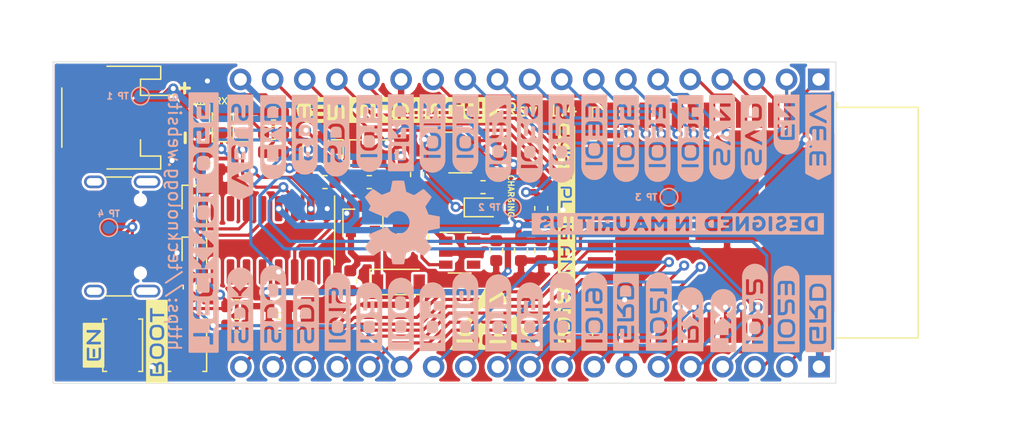
<source format=kicad_pcb>
(kicad_pcb (version 20171130) (host pcbnew "(5.1.10)-1")
  (layers (0 F.Cu signal) (31 B.Cu signal) (34 B.Paste user) (35 F.Paste user) (36 B.SilkS user) (37 F.SilkS user) (38 B.Mask user) (39 F.Mask user) (44 Edge.Cuts user))
  (net 0 "")
  (net 1 GND)
  (net 2 +3V3)
  (net 3 /VBAT)
  (net 4 "Net-(D1-Pad2)")
  (net 5 "Net-(D2-Pad1)")
  (net 6 "Net-(D4-Pad1)")
  (net 7 /RXD0)
  (net 8 "Net-(D5-Pad2)")
  (net 9 /TXD0)
  (net 10 "Net-(D6-Pad2)")
  (net 11 "Net-(D7-Pad2)")
  (net 12 /VBUS)
  (net 13 "Net-(J1-PadB8)")
  (net 14 "Net-(J1-PadA5)")
  (net 15 "Net-(J1-PadA8)")
  (net 16 "Net-(J1-PadB5)")
  (net 17 /CMD)
  (net 18 /SD3)
  (net 19 /SD2)
  (net 20 /IO13)
  (net 21 /IO12)
  (net 22 /IO14)
  (net 23 /IO27)
  (net 24 /IO26)
  (net 25 /IO25)
  (net 26 /IO33)
  (net 27 /IO32)
  (net 28 /IO35)
  (net 29 /IO34)
  (net 30 /SVN)
  (net 31 /SVP)
  (net 32 /EN)
  (net 33 /IO23)
  (net 34 /IO22)
  (net 35 /IO21)
  (net 36 /IO19)
  (net 37 /IO18)
  (net 38 /IO5)
  (net 39 /IO17)
  (net 40 /IO16)
  (net 41 /IO4)
  (net 42 /IO0)
  (net 43 /IO2)
  (net 44 /IO15)
  (net 45 /SD1)
  (net 46 /SD0)
  (net 47 /SCK)
  (net 48 /DTR)
  (net 49 "Net-(Q2-Pad2)")
  (net 50 "Net-(Q3-Pad2)")
  (net 51 /RTS)
  (net 52 "Net-(R2-Pad1)")
  (net 53 "Net-(R8-Pad2)")
  (net 54 "Net-(U1-Pad32)")
  (net 55 "Net-(U2-Pad15)")
  (net 56 "Net-(U2-Pad12)")
  (net 57 "Net-(U2-Pad11)")
  (net 58 "Net-(U2-Pad10)")
  (net 59 "Net-(U2-Pad9)")
  (net 60 "Net-(U4-Pad4)")
  (net 61 "Net-(U2-Pad8)")
  (net 62 "Net-(U2-Pad7)")
  (net 63 "Net-(D4-Pad2)")
  (net 64 /VIN)
  (module Capacitor_SMD:C_0603_1608Metric (layer F.Cu) (at 125.6 91.4 180)
    (fp_text reference R12 hide)
    (fp_text value 5.1K)
    (pad 1 smd roundrect (at -0.775 0 180) (size 0.9 0.95) (layers F.Cu F.Paste F.Mask) (net 1 GND))
    (pad 2 smd roundrect (at 0.775 0 180) (size 0.9 0.95) (layers F.Cu F.Paste F.Mask) (net 14 "Net-(J1-PadA5)"))
  )
  (module Capacitor_SMD:C_0603_1608Metric (layer F.Cu) (at 124 100.7 90)
    (fp_text reference R13 hide)
    (fp_text value 5.1K)
    (pad 2 smd roundrect (at 0.775 0 90) (size 0.9 0.95) (layers F.Cu F.Paste F.Mask) (net 16 "Net-(J1-PadB5)"))
    (pad 1 smd roundrect (at -0.775 0 90) (size 0.9 0.95) (layers F.Cu F.Paste F.Mask) (net 1 GND))
  )
  (module Symbol:OSHW-Symbol_6.7x6mm_SilkScreen (layer B.Cu) (at 140.8 95.6 90)
    (fp_text reference REF** hide)
    (fp_text value OSHW-Symbol_6.7x6mm_SilkScreen hide)
  )
  (module Connector_JST:JST_PH_S2B-PH-SM4-TB_1x02-1MP_P2.00mm_Horizontal (layer F.Cu) (at 118.4 87.3 270)
    (fp_text reference J4 hide)
    (fp_text value Conn_01x02_MountingPin)
    (pad MP smd roundrect (at 3.35 2.9 270) (size 1.5 3.4) (layers F.Cu F.Paste F.Mask) (roundrect_rratio 0.167))
    (pad MP smd roundrect (at -3.35 2.9 270) (size 1.5 3.4) (layers F.Cu F.Paste F.Mask) (roundrect_rratio 0.167))
    (pad 2 smd roundrect (at 1 -2.85 270) (size 1 3.5) (layers F.Cu F.Paste F.Mask) (net 1 GND))
    (pad 1 smd roundrect (at -1 -2.85 270) (size 1 3.5) (layers F.Cu F.Paste F.Mask) (net 3 /VBAT))
  )
  (module Package_SO:SOP-16_3.9x9.9mm_P1.27mm (layer F.Cu) (at 130.4 97 270)
    (fp_text reference U2 hide)
    (fp_text value CH340C)
    (pad 16 smd roundrect (at 2.5 -4.445 270) (size 2 0.6) (layers F.Cu F.Paste F.Mask) (net 2 +3V3))
    (pad 15 smd roundrect (at 2.5 -3.175 270) (size 2 0.6) (layers F.Cu F.Paste F.Mask) (net 55 "Net-(U2-Pad15)"))
    (pad 14 smd roundrect (at 2.5 -1.905 270) (size 2 0.6) (layers F.Cu F.Paste F.Mask) (net 51 /RTS))
    (pad 13 smd roundrect (at 2.5 -0.635 270) (size 2 0.6) (layers F.Cu F.Paste F.Mask) (net 48 /DTR))
    (pad 12 smd roundrect (at 2.5 0.635 270) (size 2 0.6) (layers F.Cu F.Paste F.Mask) (net 56 "Net-(U2-Pad12)"))
    (pad 11 smd roundrect (at 2.5 1.905 270) (size 2 0.6) (layers F.Cu F.Paste F.Mask) (net 57 "Net-(U2-Pad11)"))
    (pad 10 smd roundrect (at 2.5 3.175 270) (size 2 0.6) (layers F.Cu F.Paste F.Mask) (net 58 "Net-(U2-Pad10)"))
    (pad 9 smd roundrect (at 2.5 4.445 270) (size 2 0.6) (layers F.Cu F.Paste F.Mask) (net 59 "Net-(U2-Pad9)"))
    (pad 8 smd roundrect (at -2.5 4.445 270) (size 2 0.6) (layers F.Cu F.Paste F.Mask) (net 61 "Net-(U2-Pad8)"))
    (pad 7 smd roundrect (at -2.5 3.175 270) (size 2 0.6) (layers F.Cu F.Paste F.Mask) (net 62 "Net-(U2-Pad7)"))
    (pad 6 smd roundrect (at -2.5 1.905 270) (size 2 0.6) (layers F.Cu F.Paste F.Mask) (net 4 "Net-(D1-Pad2)"))
    (pad 5 smd roundrect (at -2.5 0.635 270) (size 2 0.6) (layers F.Cu F.Paste F.Mask) (net 5 "Net-(D2-Pad1)"))
    (pad 4 smd roundrect (at -2.5 -0.635 270) (size 2 0.6) (layers F.Cu F.Paste F.Mask) (net 2 +3V3))
    (pad 3 smd roundrect (at -2.5 -1.905 270) (size 2 0.6) (layers F.Cu F.Paste F.Mask) (net 9 /TXD0))
    (pad 2 smd roundrect (at -2.5 -3.175 270) (size 2 0.6) (layers F.Cu F.Paste F.Mask) (net 7 /RXD0))
    (pad 1 smd roundrect (at -2.5 -4.445 270) (size 2 0.6) (layers F.Cu F.Paste F.Mask) (net 1 GND))
  )
  (module Symbol:ESD-Logo_6.6x6mm_SilkScreen (layer F.Cu) (at 147.8 102.7)
    (fp_text reference REF** hide)
    (fp_text value ESD-Logo_6.6x6mm_SilkScreen hide)
  )
  (module buzzard_labels (layer F.Cu) (at 121.4 105 90)
    (fp_text reference "" (at 0 0 90) (layer F.SilkS) (effects (font (size 1.27 1.27))))
    (fp_text value "" (at 0 0 90) (layer F.SilkS) (effects (font (size 1.27 1.27))))
  )
  (module buzzard_labels (layer F.Cu) (at 116.4 105.3 90)
    (fp_text reference "" (at 0 0 90) (layer F.SilkS) (effects (font (size 1.27 1.27))))
    (fp_text value "" (at 0 0 90) (layer F.SilkS) (effects (font (size 1.27 1.27))))
  )
  (module Diode_SMD:D_SOD-123 (layer F.Cu) (at 140.5 100.3)
    (fp_text reference D3 hide)
    (fp_text value S4)
    (pad 2 smd rect (at 1.65 0) (size 0.9 1.2) (layers F.Cu F.Paste F.Mask) (net 12 /VBUS))
    (pad 1 smd rect (at -1.65 0) (size 0.9 1.2) (layers F.Cu F.Paste F.Mask) (net 64 /VIN))
  )
  (module Diode_SMD:D_SOD-523 (layer F.Cu) (at 124 97.9 270)
    (fp_text reference D2 hide)
    (fp_text value ESD9B5.0ST5G)
    (pad 2 smd rect (at 0.7 0 90) (size 0.6 0.7) (layers F.Cu F.Paste F.Mask) (net 1 GND))
    (pad 1 smd rect (at -0.7 0 90) (size 0.6 0.7) (layers F.Cu F.Paste F.Mask) (net 5 "Net-(D2-Pad1)"))
  )
  (module Diode_SMD:D_SOD-523 (layer F.Cu) (at 124 93.8 270)
    (fp_text reference D1 hide)
    (fp_text value ESD9B5.0ST5G)
    (pad 1 smd rect (at -0.7 0 90) (size 0.6 0.7) (layers F.Cu F.Paste F.Mask) (net 1 GND))
    (pad 2 smd rect (at 0.7 0 90) (size 0.6 0.7) (layers F.Cu F.Paste F.Mask) (net 4 "Net-(D1-Pad2)"))
  )
  (module Capacitor_SMD:C_0603_1608Metric (layer F.Cu) (at 151.8 94.475 270)
    (fp_text reference C8 hide)
    (fp_text value 1uF)
    (pad 2 smd roundrect (at 0.775 0 270) (size 0.9 0.95) (layers F.Cu F.Paste F.Mask) (net 1 GND))
    (pad 1 smd roundrect (at -0.775 0 270) (size 0.9 0.95) (layers F.Cu F.Paste F.Mask) (net 32 /EN))
  )
  (module TestPoint:TestPoint_Pad_D1.0mm (layer B.Cu) (at 117.6 96)
    (fp_text reference "TP 4" (at 0 -1.1) (layer B.SilkS) (effects (font (size 0.5 0.5) (thickness 0.125)) (justify mirror)))
    (fp_text value TestPoint_Pad_D1.0mm)
    (pad 1 smd circle (at 0 0) (size 1 1) (layers B.Cu B.Mask) (net 12 /VBUS))
  )
  (module TestPoint:TestPoint_Pad_D1.0mm (layer B.Cu) (at 161.9 93.6)
    (fp_text reference "TP 3" (at -1.8 0) (layer B.SilkS) (effects (font (size 0.5 0.5) (thickness 0.125)) (justify mirror)))
    (fp_text value TestPoint_Pad_D1.0mm)
    (pad 1 smd circle (at 0 0) (size 1 1) (layers B.Cu B.Mask) (net 1 GND))
  )
  (module TestPoint:TestPoint_Pad_D1.0mm (layer B.Cu) (at 149.5 94.4)
    (fp_text reference "TP 2" (at -1.8 0) (layer B.SilkS) (effects (font (size 0.5 0.5) (thickness 0.125)) (justify mirror)))
    (fp_text value TestPoint_Pad_D1.0mm)
    (pad 1 smd circle (at 0 0) (size 1 1) (layers B.Cu B.Mask) (net 2 +3V3))
  )
  (module TestPoint:TestPoint_Pad_D1.0mm (layer B.Cu) (at 120.1 85.6)
    (fp_text reference "TP 1" (at -1.8 0) (layer B.SilkS) (effects (font (size 0.5 0.5) (thickness 0.125)) (justify mirror)))
    (fp_text value TestPoint_Pad_D1.0mm)
    (pad 1 smd circle (at 0 0) (size 1 1) (layers B.Cu B.Mask) (net 3 /VBAT))
  )
  (module buzzard_labels (layer F.Cu) (at 153.8 96.7 270)
    (fp_text reference "" (at 0 0 90) (layer F.SilkS) (effects (font (size 1.27 1.27))))
    (fp_text value "" (at 0 0 90) (layer F.SilkS) (effects (font (size 1.27 1.27))))
  )
  (module buzzard_labels (layer B.Cu) (at 125.1 95.6 90)
    (fp_text reference "" (at 0 0 -90) (layer B.SilkS) (effects (font (size 1.27 1.27)) (justify mirror)))
    (fp_text value "" (at 0 0 -90) (layer B.SilkS) (effects (font (size 1.27 1.27)) (justify mirror)))
  )
  (module buzzard_labels (layer B.Cu) (at 162.6 95.7 180)
    (fp_text reference "" (at 0 0) (layer B.SilkS) (effects (font (size 1.27 1.27)) (justify mirror)))
    (fp_text value "" (at 0 0) (layer B.SilkS) (effects (font (size 1.27 1.27)) (justify mirror)))
  )
  (module buzzard_labels (layer F.Cu) (at 140.4 86.7)
    (fp_text reference "" (at 0 0) (layer F.SilkS) (effects (font (size 1.27 1.27))))
    (fp_text value "" (at 0 0) (layer F.SilkS) (effects (font (size 1.27 1.27))))
  )
  (module buzzard_labels (layer B.Cu) (at 158.5 102.7 90)
    (fp_text reference "" (at 0 0 90) (layer B.SilkS) (effects (font (size 1.27 1.27)) (justify mirror)))
    (fp_text value "" (at 0 0 90) (layer B.SilkS) (effects (font (size 1.27 1.27)) (justify mirror)))
  )
  (module buzzard_labels (layer B.Cu) (at 171.2 102.7 90)
    (fp_text reference "" (at 0 0 90) (layer B.SilkS) (effects (font (size 1.27 1.27)) (justify mirror)))
    (fp_text value "" (at 0 0 90) (layer B.SilkS) (effects (font (size 1.27 1.27)) (justify mirror)))
  )
  (module buzzard_labels (layer B.Cu) (at 168.7 102.6 90)
    (fp_text reference "" (at 0 0 90) (layer B.SilkS) (effects (font (size 1.27 1.27)) (justify mirror)))
    (fp_text value "" (at 0 0 90) (layer B.SilkS) (effects (font (size 1.27 1.27)) (justify mirror)))
  )
  (module buzzard_labels (layer B.Cu) (at 166.2 103.6 90)
    (fp_text reference "" (at 0 0 90) (layer B.SilkS) (effects (font (size 1.27 1.27)) (justify mirror)))
    (fp_text value "" (at 0 0 90) (layer B.SilkS) (effects (font (size 1.27 1.27)) (justify mirror)))
  )
  (module buzzard_labels (layer B.Cu) (at 163.6 103.5 90)
    (fp_text reference "" (at 0 0 90) (layer B.SilkS) (effects (font (size 1.27 1.27)) (justify mirror)))
    (fp_text value "" (at 0 0 90) (layer B.SilkS) (effects (font (size 1.27 1.27)) (justify mirror)))
  )
  (module buzzard_labels (layer B.Cu) (at 161.1 102.9 90)
    (fp_text reference "" (at 0 0 90) (layer B.SilkS) (effects (font (size 1.27 1.27)) (justify mirror)))
    (fp_text value "" (at 0 0 90) (layer B.SilkS) (effects (font (size 1.27 1.27)) (justify mirror)))
  )
  (module buzzard_labels (layer B.Cu) (at 173.7 102.8 90)
    (fp_text reference "" (at 0 0 90) (layer B.SilkS) (effects (font (size 1.27 1.27)) (justify mirror)))
    (fp_text value "" (at 0 0 90) (layer B.SilkS) (effects (font (size 1.27 1.27)) (justify mirror)))
  )
  (module buzzard_labels (layer B.Cu) (at 156 102.9 90)
    (fp_text reference "" (at 0 0 90) (layer B.SilkS) (effects (font (size 1.27 1.27)) (justify mirror)))
    (fp_text value "" (at 0 0 90) (layer B.SilkS) (effects (font (size 1.27 1.27)) (justify mirror)))
  )
  (module buzzard_labels (layer B.Cu) (at 153.5 102.9 90)
    (fp_text reference "" (at 0 0 90) (layer B.SilkS) (effects (font (size 1.27 1.27)) (justify mirror)))
    (fp_text value "" (at 0 0 90) (layer B.SilkS) (effects (font (size 1.27 1.27)) (justify mirror)))
  )
  (module buzzard_labels (layer B.Cu) (at 150.9 103.3 90)
    (fp_text reference "" (at 0 0 90) (layer B.SilkS) (effects (font (size 1.27 1.27)) (justify mirror)))
    (fp_text value "" (at 0 0 90) (layer B.SilkS) (effects (font (size 1.27 1.27)) (justify mirror)))
  )
  (module buzzard_labels (layer B.Cu) (at 148.4 103 90)
    (fp_text reference "" (at 0 0 90) (layer B.SilkS) (effects (font (size 1.27 1.27)) (justify mirror)))
    (fp_text value "" (at 0 0 90) (layer B.SilkS) (effects (font (size 1.27 1.27)) (justify mirror)))
  )
  (module buzzard_labels (layer B.Cu) (at 145.8 102.9 90)
    (fp_text reference "" (at 0 0 90) (layer B.SilkS) (effects (font (size 1.27 1.27)) (justify mirror)))
    (fp_text value "" (at 0 0 90) (layer B.SilkS) (effects (font (size 1.27 1.27)) (justify mirror)))
  )
  (module buzzard_labels (layer B.Cu) (at 143.2 103.3 90)
    (fp_text reference "" (at 0 0 90) (layer B.SilkS) (effects (font (size 1.27 1.27)) (justify mirror)))
    (fp_text value "" (at 0 0 90) (layer B.SilkS) (effects (font (size 1.27 1.27)) (justify mirror)))
  )
  (module buzzard_labels (layer B.Cu) (at 140.7 103.1 90)
    (fp_text reference "" (at 0 0 90) (layer B.SilkS) (effects (font (size 1.27 1.27)) (justify mirror)))
    (fp_text value "" (at 0 0 90) (layer B.SilkS) (effects (font (size 1.27 1.27)) (justify mirror)))
  )
  (module buzzard_labels (layer B.Cu) (at 138.2 103.3 90)
    (fp_text reference "" (at 0 0 90) (layer B.SilkS) (effects (font (size 1.27 1.27)) (justify mirror)))
    (fp_text value "" (at 0 0 90) (layer B.SilkS) (effects (font (size 1.27 1.27)) (justify mirror)))
  )
  (module buzzard_labels (layer B.Cu) (at 135.7 102.9 90)
    (fp_text reference "" (at 0 0 90) (layer B.SilkS) (effects (font (size 1.27 1.27)) (justify mirror)))
    (fp_text value "" (at 0 0 90) (layer B.SilkS) (effects (font (size 1.27 1.27)) (justify mirror)))
  )
  (module buzzard_labels (layer B.Cu) (at 133.2 103.2 90)
    (fp_text reference "" (at 0 0 90) (layer B.SilkS) (effects (font (size 1.27 1.27)) (justify mirror)))
    (fp_text value "" (at 0 0 90) (layer B.SilkS) (effects (font (size 1.27 1.27)) (justify mirror)))
  )
  (module buzzard_labels (layer B.Cu) (at 130.6 102.6 90)
    (fp_text reference "" (at 0 0 90) (layer B.SilkS) (effects (font (size 1.27 1.27)) (justify mirror)))
    (fp_text value "" (at 0 0 90) (layer B.SilkS) (effects (font (size 1.27 1.27)) (justify mirror)))
  )
  (module buzzard_labels (layer B.Cu) (at 128 102.7 90)
    (fp_text reference "" (at 0 0 90) (layer B.SilkS) (effects (font (size 1.27 1.27)) (justify mirror)))
    (fp_text value "" (at 0 0 90) (layer B.SilkS) (effects (font (size 1.27 1.27)) (justify mirror)))
  )
  (module buzzard_labels (layer B.Cu) (at 173.7 88.6 90)
    (fp_text reference "" (at 0 0 90) (layer B.SilkS) (effects (font (size 1.27 1.27)) (justify mirror)))
    (fp_text value "" (at 0 0 90) (layer B.SilkS) (effects (font (size 1.27 1.27)) (justify mirror)))
  )
  (module buzzard_labels (layer B.Cu) (at 171.2 87.6 90)
    (fp_text reference "" (at 0 0 90) (layer B.SilkS) (effects (font (size 1.27 1.27)) (justify mirror)))
    (fp_text value "" (at 0 0 90) (layer B.SilkS) (effects (font (size 1.27 1.27)) (justify mirror)))
  )
  (module buzzard_labels (layer B.Cu) (at 168.6 88.6 90)
    (fp_text reference "" (at 0 0 90) (layer B.SilkS) (effects (font (size 1.27 1.27)) (justify mirror)))
    (fp_text value "" (at 0 0 90) (layer B.SilkS) (effects (font (size 1.27 1.27)) (justify mirror)))
  )
  (module buzzard_labels (layer B.Cu) (at 166.1 88.6 90)
    (fp_text reference "" (at 0 0 90) (layer B.SilkS) (effects (font (size 1.27 1.27)) (justify mirror)))
    (fp_text value "" (at 0 0 90) (layer B.SilkS) (effects (font (size 1.27 1.27)) (justify mirror)))
  )
  (module buzzard_labels (layer B.Cu) (at 163.6 88.7 90)
    (fp_text reference "" (at 0 0 90) (layer B.SilkS) (effects (font (size 1.27 1.27)) (justify mirror)))
    (fp_text value "" (at 0 0 90) (layer B.SilkS) (effects (font (size 1.27 1.27)) (justify mirror)))
  )
  (module buzzard_labels (layer B.Cu) (at 158.5 88.7 90)
    (fp_text reference "" (at 0 0 90) (layer B.SilkS) (effects (font (size 1.27 1.27)) (justify mirror)))
    (fp_text value "" (at 0 0 90) (layer B.SilkS) (effects (font (size 1.27 1.27)) (justify mirror)))
  )
  (module buzzard_labels (layer B.Cu) (at 161 88.7 90)
    (fp_text reference "" (at 0 0 90) (layer B.SilkS) (effects (font (size 1.27 1.27)) (justify mirror)))
    (fp_text value "" (at 0 0 90) (layer B.SilkS) (effects (font (size 1.27 1.27)) (justify mirror)))
  )
  (module buzzard_labels (layer B.Cu) (at 156 88.6 90)
    (fp_text reference "" (at 0 0 90) (layer B.SilkS) (effects (font (size 1.27 1.27)) (justify mirror)))
    (fp_text value "" (at 0 0 90) (layer B.SilkS) (effects (font (size 1.27 1.27)) (justify mirror)))
  )
  (module buzzard_labels (layer B.Cu) (at 153.4 88.7 90)
    (fp_text reference "" (at 0 0 90) (layer B.SilkS) (effects (font (size 1.27 1.27)) (justify mirror)))
    (fp_text value "" (at 0 0 90) (layer B.SilkS) (effects (font (size 1.27 1.27)) (justify mirror)))
  )
  (module buzzard_labels (layer B.Cu) (at 150.9 88.7 90)
    (fp_text reference "" (at 0 0 90) (layer B.SilkS) (effects (font (size 1.27 1.27)) (justify mirror)))
    (fp_text value "" (at 0 0 90) (layer B.SilkS) (effects (font (size 1.27 1.27)) (justify mirror)))
  )
  (module buzzard_labels (layer B.Cu) (at 148.4 88.7 90)
    (fp_text reference "" (at 0 0 90) (layer B.SilkS) (effects (font (size 1.27 1.27)) (justify mirror)))
    (fp_text value "" (at 0 0 90) (layer B.SilkS) (effects (font (size 1.27 1.27)) (justify mirror)))
  )
  (module buzzard_labels (layer B.Cu) (at 145.8 88.3 90)
    (fp_text reference "" (at 0 0 90) (layer B.SilkS) (effects (font (size 1.27 1.27)) (justify mirror)))
    (fp_text value "" (at 0 0 90) (layer B.SilkS) (effects (font (size 1.27 1.27)) (justify mirror)))
  )
  (module buzzard_labels (layer B.Cu) (at 143.2 88.3 90)
    (fp_text reference "" (at 0 0 90) (layer B.SilkS) (effects (font (size 1.27 1.27)) (justify mirror)))
    (fp_text value "" (at 0 0 90) (layer B.SilkS) (effects (font (size 1.27 1.27)) (justify mirror)))
  )
  (module buzzard_labels (layer B.Cu) (at 138.2 88.3 90)
    (fp_text reference "" (at 0 0 270) (layer B.SilkS) (effects (font (size 1.27 1.27)) (justify mirror)))
    (fp_text value "" (at 0 0 270) (layer B.SilkS) (effects (font (size 1.27 1.27)) (justify mirror)))
  )
  (module buzzard_labels (layer B.Cu) (at 135.6 88.5 90)
    (fp_text reference "" (at 0 0 90) (layer B.SilkS) (effects (font (size 1.27 1.27)) (justify mirror)))
    (fp_text value "" (at 0 0 90) (layer B.SilkS) (effects (font (size 1.27 1.27)) (justify mirror)))
  )
  (module buzzard_labels (layer B.Cu) (at 133.1 88.4 90)
    (fp_text reference "" (at 0 0 90) (layer B.SilkS) (effects (font (size 1.27 1.27)) (justify mirror)))
    (fp_text value "" (at 0 0 90) (layer B.SilkS) (effects (font (size 1.27 1.27)) (justify mirror)))
  )
  (module buzzard_labels (layer B.Cu) (at 130.6 88.6 90)
    (fp_text reference "" (at 0 0 90) (layer B.SilkS) (effects (font (size 1.27 1.27)) (justify mirror)))
    (fp_text value "" (at 0 0 90) (layer B.SilkS) (effects (font (size 1.27 1.27)) (justify mirror)))
  )
  (module buzzard_labels (layer B.Cu) (at 128 89.4 90)
    (fp_text reference "" (at 0 0 90) (layer B.SilkS) (effects (font (size 1.27 1.27)) (justify mirror)))
    (fp_text value "" (at 0 0 90) (layer B.SilkS) (effects (font (size 1.27 1.27)) (justify mirror)))
  )
  (module buzzard_labels (layer B.Cu) (at 140.7 88.5 90)
    (fp_text reference "" (at 0 0 90) (layer B.SilkS) (effects (font (size 1.27 1.27)) (justify mirror)))
    (fp_text value "" (at 0 0 90) (layer B.SilkS) (effects (font (size 1.27 1.27)) (justify mirror)))
  )
  (module Connector_USB:USB_C_Receptacle_HRO_TYPE-C-31-M-12 (layer F.Cu) (at 117.5 96.7 270)
    (fp_text reference J1 hide)
    (fp_text value USB_C_Receptacle_USB2.0)
    (pad B1 smd rect (at 3.25 -4.045 270) (size 0.6 1.45) (layers F.Cu F.Paste F.Mask) (net 1 GND))
    (pad A9 smd rect (at 2.45 -4.045 270) (size 0.6 1.45) (layers F.Cu F.Paste F.Mask) (net 12 /VBUS))
    (pad B9 smd rect (at -2.45 -4.045 270) (size 0.6 1.45) (layers F.Cu F.Paste F.Mask) (net 12 /VBUS))
    (pad B12 smd rect (at -3.25 -4.045 270) (size 0.6 1.45) (layers F.Cu F.Paste F.Mask) (net 1 GND))
    (pad A1 smd rect (at -3.25 -4.045 270) (size 0.6 1.45) (layers F.Cu F.Paste F.Mask) (net 1 GND))
    (pad A4 smd rect (at -2.45 -4.045 270) (size 0.6 1.45) (layers F.Cu F.Paste F.Mask) (net 12 /VBUS))
    (pad B4 smd rect (at 2.45 -4.045 270) (size 0.6 1.45) (layers F.Cu F.Paste F.Mask) (net 12 /VBUS))
    (pad A12 smd rect (at 3.25 -4.045 270) (size 0.6 1.45) (layers F.Cu F.Paste F.Mask) (net 1 GND))
    (pad B8 smd rect (at -1.75 -4.045 270) (size 0.3 1.45) (layers F.Cu F.Paste F.Mask) (net 13 "Net-(J1-PadB8)"))
    (pad A5 smd rect (at -1.25 -4.045 270) (size 0.3 1.45) (layers F.Cu F.Paste F.Mask) (net 14 "Net-(J1-PadA5)"))
    (pad B7 smd rect (at -0.75 -4.045 270) (size 0.3 1.45) (layers F.Cu F.Paste F.Mask) (net 4 "Net-(D1-Pad2)"))
    (pad A7 smd rect (at 0.25 -4.045 270) (size 0.3 1.45) (layers F.Cu F.Paste F.Mask) (net 4 "Net-(D1-Pad2)"))
    (pad B6 smd rect (at 0.75 -4.045 270) (size 0.3 1.45) (layers F.Cu F.Paste F.Mask) (net 5 "Net-(D2-Pad1)"))
    (pad A8 smd rect (at 1.25 -4.045 270) (size 0.3 1.45) (layers F.Cu F.Paste F.Mask) (net 15 "Net-(J1-PadA8)"))
    (pad B5 smd rect (at 1.75 -4.045 270) (size 0.3 1.45) (layers F.Cu F.Paste F.Mask) (net 16 "Net-(J1-PadB5)"))
    (pad A6 smd rect (at -0.25 -4.045 270) (size 0.3 1.45) (layers F.Cu F.Paste F.Mask) (net 5 "Net-(D2-Pad1)"))
    (pad S1 thru_hole oval (at 4.32 -3.13 270) (size 1 2.1) (drill oval 0.6 1.7) (layers *.Cu *.Mask))
    (pad S1 thru_hole oval (at -4.32 -3.13 270) (size 1 2.1) (drill oval 0.6 1.7) (layers *.Cu *.Mask))
    (pad "" np_thru_hole circle (at -2.89 -2.6 270) (size 0.65 0.65) (drill 0.65) (layers *.Cu *.Mask))
    (pad S1 thru_hole oval (at -4.32 1.05 270) (size 1 1.6) (drill oval 0.6 1.2) (layers *.Cu *.Mask))
    (pad "" np_thru_hole circle (at 2.89 -2.6 270) (size 0.65 0.65) (drill 0.65) (layers *.Cu *.Mask))
    (pad S1 thru_hole oval (at 4.32 1.05 270) (size 1 1.6) (drill oval 0.6 1.2) (layers *.Cu *.Mask))
  )
  (module Connector_PinHeader_2.54mm:PinHeader_1x19_P2.54mm_Vertical (layer F.Cu) (at 173.74 84.28 270)
    (fp_text reference J2 hide)
    (fp_text value Left)
    (pad 19 thru_hole oval (at 0 45.72 270) (size 1.7 1.7) (drill 1) (layers *.Cu *.Mask) (net 64 /VIN))
    (pad 18 thru_hole oval (at 0 43.18 270) (size 1.7 1.7) (drill 1) (layers *.Cu *.Mask) (net 17 /CMD))
    (pad 17 thru_hole oval (at 0 40.64 270) (size 1.7 1.7) (drill 1) (layers *.Cu *.Mask) (net 18 /SD3))
    (pad 16 thru_hole oval (at 0 38.1 270) (size 1.7 1.7) (drill 1) (layers *.Cu *.Mask) (net 19 /SD2))
    (pad 15 thru_hole oval (at 0 35.56 270) (size 1.7 1.7) (drill 1) (layers *.Cu *.Mask) (net 20 /IO13))
    (pad 14 thru_hole oval (at 0 33.02 270) (size 1.7 1.7) (drill 1) (layers *.Cu *.Mask) (net 1 GND))
    (pad 13 thru_hole oval (at 0 30.48 270) (size 1.7 1.7) (drill 1) (layers *.Cu *.Mask) (net 21 /IO12))
    (pad 12 thru_hole oval (at 0 27.94 270) (size 1.7 1.7) (drill 1) (layers *.Cu *.Mask) (net 22 /IO14))
    (pad 11 thru_hole oval (at 0 25.4 270) (size 1.7 1.7) (drill 1) (layers *.Cu *.Mask) (net 23 /IO27))
    (pad 10 thru_hole oval (at 0 22.86 270) (size 1.7 1.7) (drill 1) (layers *.Cu *.Mask) (net 24 /IO26))
    (pad 9 thru_hole oval (at 0 20.32 270) (size 1.7 1.7) (drill 1) (layers *.Cu *.Mask) (net 25 /IO25))
    (pad 8 thru_hole oval (at 0 17.78 270) (size 1.7 1.7) (drill 1) (layers *.Cu *.Mask) (net 26 /IO33))
    (pad 7 thru_hole oval (at 0 15.24 270) (size 1.7 1.7) (drill 1) (layers *.Cu *.Mask) (net 27 /IO32))
    (pad 6 thru_hole oval (at 0 12.7 270) (size 1.7 1.7) (drill 1) (layers *.Cu *.Mask) (net 28 /IO35))
    (pad 5 thru_hole oval (at 0 10.16 270) (size 1.7 1.7) (drill 1) (layers *.Cu *.Mask) (net 29 /IO34))
    (pad 4 thru_hole oval (at 0 7.62 270) (size 1.7 1.7) (drill 1) (layers *.Cu *.Mask) (net 30 /SVN))
    (pad 3 thru_hole oval (at 0 5.08 270) (size 1.7 1.7) (drill 1) (layers *.Cu *.Mask) (net 31 /SVP))
    (pad 2 thru_hole oval (at 0 2.54 270) (size 1.7 1.7) (drill 1) (layers *.Cu *.Mask) (net 32 /EN))
    (pad 1 thru_hole rect (at 0 0 270) (size 1.7 1.7) (drill 1) (layers *.Cu *.Mask) (net 2 +3V3))
  )
  (module Connector_PinHeader_2.54mm:PinHeader_1x19_P2.54mm_Vertical (layer F.Cu) (at 173.77 107 270)
    (fp_text reference J3 hide)
    (fp_text value Right)
    (pad 1 thru_hole rect (at 0 0 270) (size 1.7 1.7) (drill 1) (layers *.Cu *.Mask) (net 1 GND))
    (pad 2 thru_hole oval (at 0 2.54 270) (size 1.7 1.7) (drill 1) (layers *.Cu *.Mask) (net 33 /IO23))
    (pad 3 thru_hole oval (at 0 5.08 270) (size 1.7 1.7) (drill 1) (layers *.Cu *.Mask) (net 34 /IO22))
    (pad 4 thru_hole oval (at 0 7.62 270) (size 1.7 1.7) (drill 1) (layers *.Cu *.Mask) (net 9 /TXD0))
    (pad 5 thru_hole oval (at 0 10.16 270) (size 1.7 1.7) (drill 1) (layers *.Cu *.Mask) (net 7 /RXD0))
    (pad 6 thru_hole oval (at 0 12.7 270) (size 1.7 1.7) (drill 1) (layers *.Cu *.Mask) (net 35 /IO21))
    (pad 7 thru_hole oval (at 0 15.24 270) (size 1.7 1.7) (drill 1) (layers *.Cu *.Mask) (net 1 GND))
    (pad 8 thru_hole oval (at 0 17.78 270) (size 1.7 1.7) (drill 1) (layers *.Cu *.Mask) (net 36 /IO19))
    (pad 9 thru_hole oval (at 0 20.32 270) (size 1.7 1.7) (drill 1) (layers *.Cu *.Mask) (net 37 /IO18))
    (pad 10 thru_hole oval (at 0 22.86 270) (size 1.7 1.7) (drill 1) (layers *.Cu *.Mask) (net 38 /IO5))
    (pad 11 thru_hole oval (at 0 25.4 270) (size 1.7 1.7) (drill 1) (layers *.Cu *.Mask) (net 39 /IO17))
    (pad 12 thru_hole oval (at 0 27.94 270) (size 1.7 1.7) (drill 1) (layers *.Cu *.Mask) (net 40 /IO16))
    (pad 13 thru_hole oval (at 0 30.48 270) (size 1.7 1.7) (drill 1) (layers *.Cu *.Mask) (net 41 /IO4))
    (pad 14 thru_hole oval (at 0 33.02 270) (size 1.7 1.7) (drill 1) (layers *.Cu *.Mask) (net 42 /IO0))
    (pad 15 thru_hole oval (at 0 35.56 270) (size 1.7 1.7) (drill 1) (layers *.Cu *.Mask) (net 43 /IO2))
    (pad 16 thru_hole oval (at 0 38.1 270) (size 1.7 1.7) (drill 1) (layers *.Cu *.Mask) (net 44 /IO15))
    (pad 17 thru_hole oval (at 0 40.64 270) (size 1.7 1.7) (drill 1) (layers *.Cu *.Mask) (net 45 /SD1))
    (pad 18 thru_hole oval (at 0 43.18 270) (size 1.7 1.7) (drill 1) (layers *.Cu *.Mask) (net 46 /SD0))
    (pad 19 thru_hole oval (at 0 45.72 270) (size 1.7 1.7) (drill 1) (layers *.Cu *.Mask) (net 47 /SCK))
  )
  (module Resistor_SMD:R_0603_1608Metric (layer F.Cu) (at 130.6275 86.98 180)
    (fp_text reference R10 hide)
    (fp_text value 1K)
    (pad 2 smd roundrect (at 0.7875 0 180) (size 0.875 0.95) (layers F.Cu F.Paste F.Mask) (net 10 "Net-(D6-Pad2)"))
    (pad 1 smd roundrect (at -0.7875 0 180) (size 0.875 0.95) (layers F.Cu F.Paste F.Mask) (net 2 +3V3))
  )
  (module Resistor_SMD:R_0603_1608Metric (layer F.Cu) (at 130.63 90.02 180)
    (fp_text reference R9 hide)
    (fp_text value 1K)
    (pad 1 smd roundrect (at -0.7875 0 180) (size 0.875 0.95) (layers F.Cu F.Paste F.Mask) (net 2 +3V3))
    (pad 2 smd roundrect (at 0.7875 0 180) (size 0.875 0.95) (layers F.Cu F.Paste F.Mask) (net 11 "Net-(D7-Pad2)"))
  )
  (module Resistor_SMD:R_0603_1608Metric (layer F.Cu) (at 130.63 88.5 180)
    (fp_text reference R11 hide)
    (fp_text value 1K)
    (pad 2 smd roundrect (at 0.7875 0 180) (size 0.875 0.95) (layers F.Cu F.Paste F.Mask) (net 8 "Net-(D5-Pad2)"))
    (pad 1 smd roundrect (at -0.7875 0 180) (size 0.875 0.95) (layers F.Cu F.Paste F.Mask) (net 2 +3V3))
  )
  (module Resistor_SMD:R_0603_1608Metric (layer F.Cu) (at 136.7 100.2 270)
    (fp_text reference R7 hide)
    (fp_text value 100K)
    (pad 2 smd roundrect (at 0.7875 0 270) (size 0.875 0.95) (layers F.Cu F.Paste F.Mask) (net 1 GND))
    (pad 1 smd roundrect (at -0.7875 0 270) (size 0.875 0.95) (layers F.Cu F.Paste F.Mask) (net 64 /VIN))
  )
  (module Resistor_SMD:R_0603_1608Metric (layer F.Cu) (at 134.7 92.4)
    (fp_text reference R5 hide)
    (fp_text value 10K)
    (pad 1 smd roundrect (at -0.7875 0) (size 0.875 0.95) (layers F.Cu F.Paste F.Mask) (net 49 "Net-(Q2-Pad2)"))
    (pad 2 smd roundrect (at 0.7875 0) (size 0.875 0.95) (layers F.Cu F.Paste F.Mask) (net 51 /RTS))
  )
  (module Resistor_SMD:R_0603_1608Metric (layer F.Cu) (at 138.2 92.4 180)
    (fp_text reference R6 hide)
    (fp_text value 10K)
    (pad 2 smd roundrect (at 0.7875 0 180) (size 0.875 0.95) (layers F.Cu F.Paste F.Mask) (net 48 /DTR))
    (pad 1 smd roundrect (at -0.7875 0 180) (size 0.875 0.95) (layers F.Cu F.Paste F.Mask) (net 50 "Net-(Q3-Pad2)"))
  )
  (module Resistor_SMD:R_0603_1608Metric (layer F.Cu) (at 142.37 96.74 270)
    (fp_text reference R8 hide)
    (fp_text value 100K)
    (pad 2 smd roundrect (at 0.7875 0 270) (size 0.875 0.95) (layers F.Cu F.Paste F.Mask) (net 53 "Net-(R8-Pad2)"))
    (pad 1 smd roundrect (at -0.7875 0 270) (size 0.875 0.95) (layers F.Cu F.Paste F.Mask) (net 64 /VIN))
  )
  (module Resistor_SMD:R_0603_1608Metric (layer F.Cu) (at 127.72 103.75)
    (fp_text reference R3 hide)
    (fp_text value 10K)
    (pad 1 smd roundrect (at -0.7875 0) (size 0.875 0.95) (layers F.Cu F.Paste F.Mask) (net 42 /IO0))
    (pad 2 smd roundrect (at 0.7875 0) (size 0.875 0.95) (layers F.Cu F.Paste F.Mask) (net 2 +3V3))
  )
  (module Resistor_SMD:R_0603_1608Metric (layer F.Cu) (at 148.2 89.9 270)
    (fp_text reference R2 hide)
    (fp_text value 2K)
    (pad 1 smd roundrect (at -0.7875 0 270) (size 0.875 0.95) (layers F.Cu F.Paste F.Mask) (net 52 "Net-(R2-Pad1)"))
    (pad 2 smd roundrect (at 0.7875 0 270) (size 0.875 0.95) (layers F.Cu F.Paste F.Mask) (net 1 GND))
  )
  (module Resistor_SMD:R_0603_1608Metric (layer F.Cu) (at 127.7225 102.21 180)
    (fp_text reference R4 hide)
    (fp_text value 10K)
    (pad 1 smd roundrect (at -0.7875 0 180) (size 0.875 0.95) (layers F.Cu F.Paste F.Mask) (net 2 +3V3))
    (pad 2 smd roundrect (at 0.7875 0 180) (size 0.875 0.95) (layers F.Cu F.Paste F.Mask) (net 32 /EN))
  )
  (module Resistor_SMD:R_0603_1608Metric (layer F.Cu) (at 147.2 92.8)
    (fp_text reference R1 hide)
    (fp_text value 1K)
    (pad 2 smd roundrect (at 0.7875 0) (size 0.875 0.95) (layers F.Cu F.Paste F.Mask) (net 63 "Net-(D4-Pad2)"))
    (pad 1 smd roundrect (at -0.7875 0) (size 0.875 0.95) (layers F.Cu F.Paste F.Mask) (net 64 /VIN))
  )
  (module LED_SMD:LED_0603_1608Metric (layer F.Cu) (at 124.84 87.75 270)
    (fp_text reference D7 hide)
    (fp_text value LED)
    (pad 1 smd roundrect (at -0.7875 0 270) (size 0.875 0.95) (layers F.Cu F.Paste F.Mask) (net 1 GND))
    (pad 2 smd roundrect (at 0.7875 0 270) (size 0.875 0.95) (layers F.Cu F.Paste F.Mask) (net 11 "Net-(D7-Pad2)"))
  )
  (module LED_SMD:LED_0603_1608Metric (layer F.Cu) (at 128.18 87.73 90)
    (fp_text reference D6 hide)
    (fp_text value LED)
    (pad 1 smd roundrect (at -0.7875 0 90) (size 0.875 0.95) (layers F.Cu F.Paste F.Mask) (net 9 /TXD0))
    (pad 2 smd roundrect (at 0.7875 0 90) (size 0.875 0.95) (layers F.Cu F.Paste F.Mask) (net 10 "Net-(D6-Pad2)"))
  )
  (module LED_SMD:LED_0603_1608Metric (layer F.Cu) (at 126.51 87.72 90)
    (fp_text reference D5 hide)
    (fp_text value LED)
    (pad 1 smd roundrect (at -0.7875 0 90) (size 0.875 0.95) (layers F.Cu F.Paste F.Mask) (net 7 /RXD0))
    (pad 2 smd roundrect (at 0.7875 0 90) (size 0.875 0.95) (layers F.Cu F.Paste F.Mask) (net 8 "Net-(D5-Pad2)"))
  )
  (module LED_SMD:LED_0603_1608Metric (layer F.Cu) (at 147.2 94.4)
    (fp_text reference D4 hide)
    (fp_text value LED)
    (pad 1 smd roundrect (at -0.7875 0) (size 0.875 0.95) (layers F.Cu F.Paste F.Mask) (net 6 "Net-(D4-Pad1)"))
    (pad 2 smd roundrect (at 0.7875 0) (size 0.875 0.95) (layers F.Cu F.Paste F.Mask) (net 63 "Net-(D4-Pad2)"))
  )
  (module Capacitor_SMD:C_0603_1608Metric (layer F.Cu) (at 131.0475 102.21 180)
    (fp_text reference C2 hide)
    (fp_text value 100nF)
    (pad 2 smd roundrect (at 0.7875 0 180) (size 0.875 0.95) (layers F.Cu F.Paste F.Mask) (net 2 +3V3))
    (pad 1 smd roundrect (at -0.7875 0 180) (size 0.875 0.95) (layers F.Cu F.Paste F.Mask) (net 1 GND))
  )
  (module Capacitor_SMD:C_0603_1608Metric (layer F.Cu) (at 131.05 103.75 180)
    (fp_text reference C1 hide)
    (fp_text value 10uF)
    (pad 1 smd roundrect (at -0.7875 0 180) (size 0.875 0.95) (layers F.Cu F.Paste F.Mask) (net 1 GND))
    (pad 2 smd roundrect (at 0.7875 0 180) (size 0.875 0.95) (layers F.Cu F.Paste F.Mask) (net 2 +3V3))
  )
  (module Capacitor_SMD:C_0603_1608Metric (layer F.Cu) (at 151.8 97.82 270)
    (fp_text reference C3 hide)
    (fp_text value 100nF)
    (pad 2 smd roundrect (at 0.7875 0 270) (size 0.875 0.95) (layers F.Cu F.Paste F.Mask) (net 1 GND))
    (pad 1 smd roundrect (at -0.7875 0 270) (size 0.875 0.95) (layers F.Cu F.Paste F.Mask) (net 2 +3V3))
  )
  (module Package_TO_SOT_SMD:SOT-23-5 (layer F.Cu) (at 145.35 97.98)
    (fp_text reference U4 hide)
    (fp_text value AP2112K-3.3)
    (pad 1 smd rect (at -1.1 -0.95) (size 1.06 0.65) (layers F.Cu F.Paste F.Mask) (net 64 /VIN))
    (pad 2 smd rect (at -1.1 0) (size 1.06 0.65) (layers F.Cu F.Paste F.Mask) (net 1 GND))
    (pad 3 smd rect (at -1.1 0.95) (size 1.06 0.65) (layers F.Cu F.Paste F.Mask) (net 53 "Net-(R8-Pad2)"))
    (pad 4 smd rect (at 1.1 0.95) (size 1.06 0.65) (layers F.Cu F.Paste F.Mask) (net 60 "Net-(U4-Pad4)"))
    (pad 5 smd rect (at 1.1 -0.95) (size 1.06 0.65) (layers F.Cu F.Paste F.Mask) (net 2 +3V3))
  )
  (module Package_TO_SOT_SMD:SOT-23-5 (layer F.Cu) (at 145.4 90.06)
    (fp_text reference U3 hide)
    (fp_text value LTC4054ES5-4.2)
    (pad 5 smd rect (at 1.1 -0.95) (size 1.06 0.65) (layers F.Cu F.Paste F.Mask) (net 52 "Net-(R2-Pad1)"))
    (pad 4 smd rect (at 1.1 0.95) (size 1.06 0.65) (layers F.Cu F.Paste F.Mask) (net 64 /VIN))
    (pad 3 smd rect (at -1.1 0.95) (size 1.06 0.65) (layers F.Cu F.Paste F.Mask) (net 3 /VBAT))
    (pad 2 smd rect (at -1.1 0) (size 1.06 0.65) (layers F.Cu F.Paste F.Mask) (net 1 GND))
    (pad 1 smd rect (at -1.1 -0.95) (size 1.06 0.65) (layers F.Cu F.Paste F.Mask) (net 6 "Net-(D4-Pad1)"))
  )
  (module Package_TO_SOT_SMD:SOT-23 (layer F.Cu) (at 134.55 89.81 90)
    (fp_text reference Q2 hide)
    (fp_text value S8050)
    (pad 1 smd rect (at -1 -0.95 90) (size 0.9 0.8) (layers F.Cu F.Paste F.Mask) (net 49 "Net-(Q2-Pad2)"))
    (pad 2 smd rect (at -1 0.95 90) (size 0.9 0.8) (layers F.Cu F.Paste F.Mask) (net 48 /DTR))
    (pad 3 smd rect (at 1 0 90) (size 0.9 0.8) (layers F.Cu F.Paste F.Mask) (net 42 /IO0))
  )
  (module Package_TO_SOT_SMD:SOT-23 (layer F.Cu) (at 137.7 95.3 90)
    (fp_text reference Q1 hide)
    (fp_text value BS250)
    (pad 3 smd rect (at 1 0 90) (size 0.9 0.8) (layers F.Cu F.Paste F.Mask) (net 3 /VBAT))
    (pad 2 smd rect (at -1 0.95 90) (size 0.9 0.8) (layers F.Cu F.Paste F.Mask) (net 64 /VIN))
    (pad 1 smd rect (at -1 -0.95 90) (size 0.9 0.8) (layers F.Cu F.Paste F.Mask) (net 64 /VIN))
  )
  (module Package_TO_SOT_SMD:SOT-23 (layer F.Cu) (at 138.21 89.82 90)
    (fp_text reference Q3 hide)
    (fp_text value S8050)
    (pad 3 smd rect (at 1 0 90) (size 0.9 0.8) (layers F.Cu F.Paste F.Mask) (net 32 /EN))
    (pad 2 smd rect (at -1 0.95 90) (size 0.9 0.8) (layers F.Cu F.Paste F.Mask) (net 51 /RTS))
    (pad 1 smd rect (at -1 -0.95 90) (size 0.9 0.8) (layers F.Cu F.Paste F.Mask) (net 50 "Net-(Q3-Pad2)"))
  )
  (module Capacitor_SMD:C_0603_1608Metric (layer F.Cu) (at 141.98 91.8 90)
    (fp_text reference C7 hide)
    (fp_text value 10uF)
    (pad 1 smd roundrect (at -0.7875 0 90) (size 0.875 0.95) (layers F.Cu F.Paste F.Mask) (net 1 GND))
    (pad 2 smd roundrect (at 0.7875 0 90) (size 0.875 0.95) (layers F.Cu F.Paste F.Mask) (net 3 /VBAT))
  )
  (module Capacitor_SMD:C_0603_1608Metric (layer F.Cu) (at 140.54 96.74 270)
    (fp_text reference C4 hide)
    (fp_text value 10uF)
    (pad 1 smd roundrect (at -0.7875 0 270) (size 0.875 0.95) (layers F.Cu F.Paste F.Mask) (net 64 /VIN))
    (pad 2 smd roundrect (at 0.7875 0 270) (size 0.875 0.95) (layers F.Cu F.Paste F.Mask) (net 1 GND))
  )
  (module Capacitor_SMD:C_0603_1608Metric (layer F.Cu) (at 150.2 97.82 270)
    (fp_text reference C6 hide)
    (fp_text value 100nF)
    (pad 1 smd roundrect (at -0.7875 0 270) (size 0.875 0.95) (layers F.Cu F.Paste F.Mask) (net 2 +3V3))
    (pad 2 smd roundrect (at 0.7875 0 270) (size 0.875 0.95) (layers F.Cu F.Paste F.Mask) (net 1 GND))
  )
  (module Capacitor_SMD:C_0603_1608Metric (layer F.Cu) (at 148.24 97.82 270)
    (fp_text reference C5 hide)
    (fp_text value 10uF)
    (pad 2 smd roundrect (at 0.7875 0 270) (size 0.875 0.95) (layers F.Cu F.Paste F.Mask) (net 1 GND))
    (pad 1 smd roundrect (at -0.7875 0 270) (size 0.875 0.95) (layers F.Cu F.Paste F.Mask) (net 2 +3V3))
  )
  (module Button_Switch_SMD:SW_Push_SPST_NO_Alps_SKRK (layer F.Cu) (at 123.77 105.3 270)
    (fp_text reference SW2 hide)
    (fp_text value SW_Push)
    (pad 2 smd roundrect (at 2.1 0 270) (size 0.8 2) (layers F.Cu F.Paste F.Mask) (net 1 GND))
    (pad 1 smd roundrect (at -2.1 0 270) (size 0.8 2) (layers F.Cu F.Paste F.Mask) (net 42 /IO0))
  )
  (module Button_Switch_SMD:SW_Push_SPST_NO_Alps_SKRK (layer F.Cu) (at 118.7 105.3 270)
    (fp_text reference SW1 hide)
    (fp_text value SW_Push)
    (pad 1 smd roundrect (at -2.1 0 270) (size 0.8 2) (layers F.Cu F.Paste F.Mask) (net 32 /EN))
    (pad 2 smd roundrect (at 2.1 0 270) (size 0.8 2) (layers F.Cu F.Paste F.Mask) (net 1 GND))
  )
  (module RF_Module:ESP32-WROOM-32 (layer F.Cu) (at 165.74 95.61 270)
    (fp_text reference U1 hide)
    (fp_text value ESP32-WROOM-32)
    (pad 38 smd rect (at 8.5 -8.255 270) (size 2 0.9) (layers F.Cu F.Paste F.Mask) (net 1 GND))
    (pad 37 smd rect (at 8.5 -6.985 270) (size 2 0.9) (layers F.Cu F.Paste F.Mask) (net 33 /IO23))
    (pad 36 smd rect (at 8.5 -5.715 270) (size 2 0.9) (layers F.Cu F.Paste F.Mask) (net 34 /IO22))
    (pad 35 smd rect (at 8.5 -4.445 270) (size 2 0.9) (layers F.Cu F.Paste F.Mask) (net 9 /TXD0))
    (pad 34 smd rect (at 8.5 -3.175 270) (size 2 0.9) (layers F.Cu F.Paste F.Mask) (net 7 /RXD0))
    (pad 33 smd rect (at 8.5 -1.905 270) (size 2 0.9) (layers F.Cu F.Paste F.Mask) (net 35 /IO21))
    (pad 32 smd rect (at 8.5 -0.635 270) (size 2 0.9) (layers F.Cu F.Paste F.Mask) (net 54 "Net-(U1-Pad32)"))
    (pad 31 smd rect (at 8.5 0.635 270) (size 2 0.9) (layers F.Cu F.Paste F.Mask) (net 36 /IO19))
    (pad 30 smd rect (at 8.5 1.905 270) (size 2 0.9) (layers F.Cu F.Paste F.Mask) (net 37 /IO18))
    (pad 29 smd rect (at 8.5 3.175 270) (size 2 0.9) (layers F.Cu F.Paste F.Mask) (net 38 /IO5))
    (pad 28 smd rect (at 8.5 4.445 270) (size 2 0.9) (layers F.Cu F.Paste F.Mask) (net 39 /IO17))
    (pad 27 smd rect (at 8.5 5.715 270) (size 2 0.9) (layers F.Cu F.Paste F.Mask) (net 40 /IO16))
    (pad 26 smd rect (at 8.5 6.985 270) (size 2 0.9) (layers F.Cu F.Paste F.Mask) (net 41 /IO4))
    (pad 25 smd rect (at 8.5 8.255 270) (size 2 0.9) (layers F.Cu F.Paste F.Mask) (net 42 /IO0))
    (pad 24 smd rect (at 5.715 9.255) (size 2 0.9) (layers F.Cu F.Paste F.Mask) (net 43 /IO2))
    (pad 23 smd rect (at 4.445 9.255) (size 2 0.9) (layers F.Cu F.Paste F.Mask) (net 44 /IO15))
    (pad 22 smd rect (at 3.175 9.255) (size 2 0.9) (layers F.Cu F.Paste F.Mask) (net 45 /SD1))
    (pad 21 smd rect (at 1.905 9.255) (size 2 0.9) (layers F.Cu F.Paste F.Mask) (net 46 /SD0))
    (pad 20 smd rect (at 0.635 9.255) (size 2 0.9) (layers F.Cu F.Paste F.Mask) (net 47 /SCK))
    (pad 19 smd rect (at -0.635 9.255) (size 2 0.9) (layers F.Cu F.Paste F.Mask) (net 17 /CMD))
    (pad 18 smd rect (at -1.905 9.255) (size 2 0.9) (layers F.Cu F.Paste F.Mask) (net 18 /SD3))
    (pad 17 smd rect (at -3.175 9.255) (size 2 0.9) (layers F.Cu F.Paste F.Mask) (net 19 /SD2))
    (pad 16 smd rect (at -4.445 9.255) (size 2 0.9) (layers F.Cu F.Paste F.Mask) (net 20 /IO13))
    (pad 15 smd rect (at -5.715 9.255) (size 2 0.9) (layers F.Cu F.Paste F.Mask) (net 1 GND))
    (pad 14 smd rect (at -8.5 8.255 270) (size 2 0.9) (layers F.Cu F.Paste F.Mask) (net 21 /IO12))
    (pad 13 smd rect (at -8.5 6.985 270) (size 2 0.9) (layers F.Cu F.Paste F.Mask) (net 22 /IO14))
    (pad 12 smd rect (at -8.5 5.715 270) (size 2 0.9) (layers F.Cu F.Paste F.Mask) (net 23 /IO27))
    (pad 11 smd rect (at -8.5 4.445 270) (size 2 0.9) (layers F.Cu F.Paste F.Mask) (net 24 /IO26))
    (pad 10 smd rect (at -8.5 3.175 270) (size 2 0.9) (layers F.Cu F.Paste F.Mask) (net 25 /IO25))
    (pad 9 smd rect (at -8.5 1.905 270) (size 2 0.9) (layers F.Cu F.Paste F.Mask) (net 26 /IO33))
    (pad 8 smd rect (at -8.5 0.635 270) (size 2 0.9) (layers F.Cu F.Paste F.Mask) (net 27 /IO32))
    (pad 7 smd rect (at -8.5 -0.635 270) (size 2 0.9) (layers F.Cu F.Paste F.Mask) (net 28 /IO35))
    (pad 6 smd rect (at -8.5 -1.905 270) (size 2 0.9) (layers F.Cu F.Paste F.Mask) (net 29 /IO34))
    (pad 5 smd rect (at -8.5 -3.175 270) (size 2 0.9) (layers F.Cu F.Paste F.Mask) (net 30 /SVN))
    (pad 4 smd rect (at -8.5 -4.445 270) (size 2 0.9) (layers F.Cu F.Paste F.Mask) (net 31 /SVP))
    (pad 3 smd rect (at -8.5 -5.715 270) (size 2 0.9) (layers F.Cu F.Paste F.Mask) (net 32 /EN))
    (pad 2 smd rect (at -8.5 -6.985 270) (size 2 0.9) (layers F.Cu F.Paste F.Mask) (net 2 +3V3))
    (pad 1 smd rect (at -8.5 -8.255 270) (size 2 0.9) (layers F.Cu F.Paste F.Mask) (net 1 GND))
    (pad 39 smd rect (at -1 -0.755 270) (size 5 5) (layers F.Cu F.Paste F.Mask) (net 1 GND))
  )
  (gr_text _ (at 123.1 88.9 90) (layer F.SilkS) (effects (font (size 1 1) (thickness 0.25))))
  (gr_text + (at 123.6 84.9) (layer F.SilkS) (effects (font (size 1 1) (thickness 0.25))))
  (gr_line (start 113.2 100) (end 113.2 102.1) (layer Edge.Cuts) (width 0.05))
  (gr_line (start 113.2 82.9) (end 113.2 92) (layer Edge.Cuts) (width 0.05))
  (gr_line (start 115.1 82.9) (end 113.2 82.9) (layer Edge.Cuts) (width 0.05))
  (gr_line (start 113.2 100) (end 113.2 92) (layer Edge.Cuts) (width 0.05))
  (gr_line (start 113.2 108.3) (end 113.2 102.1) (layer Edge.Cuts) (width 0.05))
  (gr_text "Rev 1.4\n" (at 151.8 86.7) (layer F.SilkS) (effects (font (size 1 1))))
  (gr_text "https://tecknologg.website\n" (at 122.8 95.5 270) (layer B.SilkS) (effects (font (size 1 1)) (justify mirror)))
  (gr_text ON (at 124.75 86) (layer F.SilkS) (effects (font (size 0.5 0.5) (thickness 0.1))))
  (gr_text RX (at 126.5 86) (layer F.SilkS) (effects (font (size 0.5 0.5) (thickness 0.1))))
  (gr_text TX (at 128.25 86) (layer F.SilkS) (effects (font (size 0.5 0.5) (thickness 0.1))))
  (gr_text "CHARGING\n" (at 149.4 93.5 270) (layer F.SilkS) (effects (font (size 0.45 0.45) (thickness 0.1))))
  (gr_line (start 175.1 108.3) (end 113.2 108.3) (layer Edge.Cuts) (width 0.05))
  (gr_line (start 175.1 82.9) (end 115.1 82.9) (layer Edge.Cuts) (width 0.05))
  (gr_line (start 175.1 108.3) (end 175.1 82.9) (layer Edge.Cuts) (width 0.05))
  (segment (start 127.040001 90.540001) (end 127.6 91.1) (width 0.3) (layer F.Cu) (net 1))
  (segment (start 126.149999 90.540001) (end 127.040001 90.540001) (width 0.3) (layer F.Cu) (net 1))
  (segment (start 125.809998 90.2) (end 126.149999 90.540001) (width 0.3) (layer F.Cu) (net 1))
  (segment (start 124.2 90.2) (end 125.809998 90.2) (width 0.3) (layer F.Cu) (net 1))
  (via (at 134.875 94.49998) (size 0.6) (drill 0.4) (layers F.Cu B.Cu) (net 1))
  (segment (start 173.995 106.775) (end 173.77 107) (width 0.25) (layer F.Cu) (net 1))
  (segment (start 173.995 104.11) (end 173.995 106.775) (width 0.25) (layer F.Cu) (net 1))
  (segment (start 124.84 86.9625) (end 124.9025 86.9625) (width 0.25) (layer F.Cu) (net 1))
  (via (at 158.4 101.7) (size 0.8) (drill 0.4) (layers F.Cu B.Cu) (net 1))
  (via (at 151.5 105.2) (size 0.8) (drill 0.4) (layers F.Cu B.Cu) (net 1))
  (segment (start 155 101.7) (end 151.5 105.2) (width 0.25) (layer B.Cu) (net 1))
  (segment (start 158.4 101.7) (end 155 101.7) (width 0.25) (layer B.Cu) (net 1))
  (via (at 121 107) (size 0.8) (drill 0.4) (layers F.Cu B.Cu) (net 1))
  (via (at 123 98) (size 0.8) (drill 0.4) (layers F.Cu B.Cu) (net 1))
  (segment (start 121.545 99.95) (end 122.2 100.605) (width 0.25) (layer F.Cu) (net 1))
  (segment (start 122.2 100.605) (end 122.2 101.3) (width 0.25) (layer F.Cu) (net 1))
  (via (at 153.5 94.6) (size 0.8) (drill 0.4) (layers F.Cu B.Cu) (net 1))
  (segment (start 151.8 98.6075) (end 152.0925 98.6075) (width 0.25) (layer F.Cu) (net 1))
  (via (at 125.4 84.4) (size 0.8) (drill 0.4) (layers F.Cu B.Cu) (net 1))
  (segment (start 134.845 95.5) (end 134.345 96) (width 0.25) (layer F.Cu) (net 1))
  (segment (start 134.845 94.5) (end 134.845 95.5) (width 0.25) (layer F.Cu) (net 1))
  (segment (start 134.345 96) (end 132.9 96) (width 0.25) (layer F.Cu) (net 1))
  (segment (start 134.845 94.5) (end 134.845 95.71859) (width 0.25) (layer F.Cu) (net 1))
  (segment (start 134.845 95.71859) (end 134.381795 96.181795) (width 0.25) (layer F.Cu) (net 1))
  (segment (start 147.06 90.06) (end 143.93 90.06) (width 0.25) (layer F.Cu) (net 1))
  (segment (start 147.6875 90.6875) (end 147.06 90.06) (width 0.25) (layer F.Cu) (net 1))
  (segment (start 147.98 90.6875) (end 147.6875 90.6875) (width 0.25) (layer F.Cu) (net 1))
  (segment (start 123.6 98.6) (end 123 98) (width 0.3) (layer F.Cu) (net 1))
  (segment (start 124 98.6) (end 123.6 98.6) (width 0.3) (layer F.Cu) (net 1))
  (via (at 122.6 90.7) (size 0.8) (drill 0.4) (layers F.Cu B.Cu) (net 1))
  (segment (start 121.545 93.245) (end 122.3 92.49) (width 0.3) (layer F.Cu) (net 1))
  (segment (start 121.545 93.45) (end 121.545 93.245) (width 0.3) (layer F.Cu) (net 1))
  (segment (start 122.3 92.49) (end 122.3 92) (width 0.3) (layer F.Cu) (net 1))
  (segment (start 136.420031 95.288132) (end 136.420031 94.863868) (width 0.25) (layer F.Cu) (net 1))
  (segment (start 136.024999 95.683164) (end 136.420031 95.288132) (width 0.25) (layer F.Cu) (net 1))
  (segment (start 136.024999 95.975001) (end 136.024999 95.683164) (width 0.25) (layer F.Cu) (net 1))
  (via (at 136.420031 94.863868) (size 0.6) (drill 0.4) (layers F.Cu B.Cu) (net 1))
  (segment (start 135.9 96.1) (end 136.024999 95.975001) (width 0.25) (layer F.Cu) (net 1))
  (segment (start 135.238888 94.863868) (end 136.420031 94.863868) (width 0.3) (layer B.Cu) (net 1))
  (segment (start 134.875 94.49998) (end 135.238888 94.863868) (width 0.3) (layer B.Cu) (net 1))
  (segment (start 148.2 90.6875) (end 148.5125 90.6875) (width 0.3) (layer F.Cu) (net 1))
  (segment (start 148.5125 90.6875) (end 149.2 90) (width 0.3) (layer F.Cu) (net 1))
  (via (at 130.1 101.1) (size 0.8) (drill 0.4) (layers F.Cu B.Cu) (net 2))
  (via (at 172.69 89.06) (size 0.8) (drill 0.4) (layers F.Cu B.Cu) (net 2))
  (segment (start 172.725 85.295) (end 172.725 87.11) (width 0.25) (layer F.Cu) (net 2))
  (segment (start 173.74 84.28) (end 172.725 85.295) (width 0.25) (layer F.Cu) (net 2))
  (segment (start 128.51 103.7475) (end 128.5075 103.75) (width 0.25) (layer F.Cu) (net 2))
  (segment (start 128.51 102.21) (end 128.51 103.7475) (width 0.25) (layer F.Cu) (net 2))
  (segment (start 130.26 103.7475) (end 130.2625 103.75) (width 0.5) (layer F.Cu) (net 2))
  (segment (start 130.26 102.21) (end 130.26 103.7475) (width 0.5) (layer F.Cu) (net 2))
  (segment (start 130.26 102.21) (end 128.51 102.21) (width 0.5) (layer F.Cu) (net 2))
  (segment (start 172.725 89.025) (end 172.69 89.06) (width 0.5) (layer F.Cu) (net 2))
  (segment (start 172.725 87.11) (end 172.725 89.025) (width 0.5) (layer F.Cu) (net 2))
  (segment (start 131.415 86.98) (end 131.415 90.815) (width 0.25) (layer F.Cu) (net 2))
  (via (at 131.9 91.3) (size 0.8) (drill 0.4) (layers F.Cu B.Cu) (net 2))
  (segment (start 131.415 90.815) (end 131.9 91.3) (width 0.25) (layer F.Cu) (net 2))
  (segment (start 149.83 97.0325) (end 151.42 97.0325) (width 0.5) (layer F.Cu) (net 2))
  (segment (start 148.2375 97.03) (end 148.24 97.0325) (width 0.5) (layer F.Cu) (net 2))
  (segment (start 146.45 97.03) (end 148.2375 97.03) (width 0.5) (layer F.Cu) (net 2))
  (segment (start 150.03 97.0325) (end 149.72 97.0325) (width 0.5) (layer F.Cu) (net 2))
  (via (at 149.999996 95.8) (size 0.8) (drill 0.4) (layers F.Cu B.Cu) (net 2))
  (segment (start 149.5 94.4) (end 149.5 95.300004) (width 0.25) (layer B.Cu) (net 2))
  (segment (start 172.69 89.06) (end 165.95 95.8) (width 0.5) (layer B.Cu) (net 2))
  (segment (start 165.95 95.8) (end 149.999996 95.8) (width 0.5) (layer B.Cu) (net 2))
  (segment (start 149.5 95.300004) (end 149.999996 95.8) (width 0.25) (layer B.Cu) (net 2))
  (segment (start 149.999996 97.002496) (end 150.03 97.0325) (width 0.5) (layer F.Cu) (net 2))
  (segment (start 149.999996 95.8) (end 149.999996 97.002496) (width 0.5) (layer F.Cu) (net 2))
  (segment (start 149.83 97.0325) (end 149.1325 97.0325) (width 0.5) (layer F.Cu) (net 2))
  (segment (start 149.1325 97.0325) (end 148.24 97.0325) (width 0.5) (layer F.Cu) (net 2))
  (segment (start 130.1 102.05) (end 130.26 102.21) (width 0.5) (layer F.Cu) (net 2))
  (segment (start 130.1 101.1) (end 130.1 102.05) (width 0.5) (layer F.Cu) (net 2))
  (segment (start 135.769999 96.199999) (end 149.599997 96.199999) (width 0.5) (layer B.Cu) (net 2))
  (segment (start 135.42 95.85) (end 135.769999 96.199999) (width 0.5) (layer B.Cu) (net 2))
  (segment (start 149.599997 96.199999) (end 149.999996 95.8) (width 0.5) (layer B.Cu) (net 2))
  (via (at 131.035 94.500004) (size 0.6) (drill 0.4) (layers F.Cu B.Cu) (net 2))
  (segment (start 135.42 95.85) (end 132.384996 95.85) (width 0.5) (layer B.Cu) (net 2))
  (segment (start 132.384996 95.85) (end 131.334999 94.800003) (width 0.5) (layer B.Cu) (net 2))
  (segment (start 131.334999 94.800003) (end 131.035 94.500004) (width 0.5) (layer B.Cu) (net 2))
  (segment (start 149.16501 97.06501) (end 149.16501 99.43499) (width 0.5) (layer F.Cu) (net 2))
  (segment (start 147.5 101.1) (end 149.16501 99.43499) (width 0.5) (layer B.Cu) (net 2))
  (segment (start 149.1325 97.0325) (end 149.16501 97.06501) (width 0.5) (layer F.Cu) (net 2))
  (segment (start 130.1 101.1) (end 147.5 101.1) (width 0.5) (layer B.Cu) (net 2))
  (via (at 149.16501 99.43499) (size 0.6) (drill 0.3) (layers F.Cu B.Cu) (net 2))
  (segment (start 134.845 100.555) (end 134.845 99.5) (width 0.5) (layer F.Cu) (net 2))
  (segment (start 134.350001 101.049999) (end 134.845 100.555) (width 0.5) (layer F.Cu) (net 2))
  (segment (start 130.150001 101.049999) (end 134.350001 101.049999) (width 0.5) (layer F.Cu) (net 2))
  (segment (start 130.1 101.1) (end 130.150001 101.049999) (width 0.5) (layer F.Cu) (net 2))
  (segment (start 134.3 91.3) (end 131.9 91.3) (width 0.5) (layer B.Cu) (net 2))
  (segment (start 135.42 95.85) (end 136.543903 95.85) (width 0.5) (layer B.Cu) (net 2))
  (segment (start 136.543903 95.85) (end 137.170033 95.22387) (width 0.5) (layer B.Cu) (net 2))
  (segment (start 137.170033 95.22387) (end 137.170033 94.170033) (width 0.5) (layer B.Cu) (net 2))
  (segment (start 137.170033 94.170033) (end 134.3 91.3) (width 0.5) (layer B.Cu) (net 2))
  (via (at 140.71 90.36) (size 0.8) (drill 0.4) (layers F.Cu B.Cu) (net 3))
  (segment (start 141.9825 91.01) (end 141.98 91.0125) (width 0.5) (layer F.Cu) (net 3))
  (segment (start 143.93 91.01) (end 141.9825 91.01) (width 0.5) (layer F.Cu) (net 3))
  (segment (start 141.3625 91.0125) (end 140.71 90.36) (width 0.5) (layer F.Cu) (net 3))
  (segment (start 141.98 91.0125) (end 141.3625 91.0125) (width 0.5) (layer F.Cu) (net 3))
  (segment (start 139.713186 94.3) (end 137.7 94.3) (width 0.5) (layer F.Cu) (net 3))
  (segment (start 140.71 93.303186) (end 139.713186 94.3) (width 0.5) (layer F.Cu) (net 3))
  (segment (start 140.71 90.36) (end 140.71 93.303186) (width 0.5) (layer F.Cu) (net 3))
  (via (at 122.7 85) (size 0.8) (drill 0.4) (layers F.Cu B.Cu) (net 3))
  (segment (start 122.1 85.6) (end 122.7 85) (width 0.5) (layer B.Cu) (net 3))
  (segment (start 120.1 85.6) (end 122.1 85.6) (width 0.5) (layer B.Cu) (net 3))
  (segment (start 122.55 85) (end 121.25 86.3) (width 0.5) (layer F.Cu) (net 3))
  (segment (start 122.7 85) (end 122.55 85) (width 0.5) (layer F.Cu) (net 3))
  (segment (start 125.1 87.4) (end 122.7 85) (width 0.5) (layer B.Cu) (net 3))
  (segment (start 133.7 87.4) (end 125.1 87.4) (width 0.5) (layer B.Cu) (net 3))
  (segment (start 136.7 90.4) (end 133.7 87.4) (width 0.5) (layer B.Cu) (net 3))
  (segment (start 140.67 90.4) (end 136.7 90.4) (width 0.5) (layer B.Cu) (net 3))
  (segment (start 140.71 90.36) (end 140.67 90.4) (width 0.5) (layer B.Cu) (net 3))
  (segment (start 120.494999 96.794999) (end 120.65 96.95) (width 0.25) (layer F.Cu) (net 4))
  (segment (start 120.494999 96.025001) (end 120.494999 96.794999) (width 0.25) (layer F.Cu) (net 4))
  (segment (start 120.57 95.95) (end 120.494999 96.025001) (width 0.25) (layer F.Cu) (net 4))
  (segment (start 120.65 96.95) (end 121.545 96.95) (width 0.25) (layer F.Cu) (net 4))
  (segment (start 121.545 95.95) (end 120.57 95.95) (width 0.25) (layer F.Cu) (net 4))
  (segment (start 122.505002 95.95) (end 121.545 95.95) (width 0.25) (layer F.Cu) (net 4))
  (segment (start 123.6 95.95) (end 122.505002 95.95) (width 0.25) (layer F.Cu) (net 4))
  (segment (start 124.24 95.31) (end 123.6 95.95) (width 0.25) (layer F.Cu) (net 4))
  (segment (start 128.495 95.5) (end 128.495 94.5) (width 0.25) (layer F.Cu) (net 4))
  (segment (start 127.895 96.1) (end 128.495 95.5) (width 0.25) (layer F.Cu) (net 4))
  (segment (start 124.6 96.1) (end 127.895 96.1) (width 0.25) (layer F.Cu) (net 4))
  (segment (start 124.24 95.74) (end 124.6 96.1) (width 0.25) (layer F.Cu) (net 4))
  (segment (start 124.24 95.31) (end 124.24 95.74) (width 0.25) (layer F.Cu) (net 4))
  (segment (start 124 95.07) (end 124.24 95.31) (width 0.25) (layer F.Cu) (net 4))
  (segment (start 124 94.5) (end 124 95.07) (width 0.25) (layer F.Cu) (net 4))
  (segment (start 124.2 97.2) (end 124.2 96.6) (width 0.25) (layer F.Cu) (net 5))
  (segment (start 129.765 95.5) (end 129.765 94.5) (width 0.25) (layer F.Cu) (net 5))
  (segment (start 128.665 96.6) (end 129.765 95.5) (width 0.25) (layer F.Cu) (net 5))
  (segment (start 124.2 96.6) (end 128.665 96.6) (width 0.25) (layer F.Cu) (net 5))
  (segment (start 122.75 96.45) (end 121.545 96.45) (width 0.25) (layer F.Cu) (net 5))
  (segment (start 122.505002 97.45) (end 121.545 97.45) (width 0.25) (layer F.Cu) (net 5))
  (segment (start 122.75 97.205002) (end 122.505002 97.45) (width 0.25) (layer F.Cu) (net 5))
  (segment (start 122.75 96.45) (end 122.75 97.205002) (width 0.25) (layer F.Cu) (net 5))
  (segment (start 124.05 96.45) (end 122.75 96.45) (width 0.25) (layer F.Cu) (net 5))
  (segment (start 124.2 96.6) (end 124.05 96.45) (width 0.25) (layer F.Cu) (net 5))
  (via (at 145.04 94.36) (size 0.8) (drill 0.4) (layers F.Cu B.Cu) (net 6))
  (segment (start 145.08 94.4) (end 145.04 94.36) (width 0.25) (layer F.Cu) (net 6))
  (segment (start 146.4125 94.4) (end 145.08 94.4) (width 0.25) (layer F.Cu) (net 6))
  (segment (start 142.56 91.88) (end 142.56 89.02501) (width 0.25) (layer B.Cu) (net 6))
  (via (at 142.56 89.02501) (size 0.8) (drill 0.4) (layers F.Cu B.Cu) (net 6))
  (segment (start 145.04 94.36) (end 142.56 91.88) (width 0.25) (layer B.Cu) (net 6))
  (segment (start 143.93 89.11) (end 142.64499 89.11) (width 0.25) (layer F.Cu) (net 6))
  (segment (start 142.64499 89.11) (end 142.56 89.02501) (width 0.25) (layer F.Cu) (net 6))
  (via (at 168.91 102.3) (size 0.8) (drill 0.4) (layers F.Cu B.Cu) (net 7))
  (segment (start 168.91 104.105) (end 168.915 104.11) (width 0.25) (layer F.Cu) (net 7))
  (segment (start 168.91 102.3) (end 168.91 104.105) (width 0.25) (layer F.Cu) (net 7))
  (segment (start 164.21 107) (end 163.61 107) (width 0.25) (layer B.Cu) (net 7))
  (segment (start 168.91 102.3) (end 164.21 107) (width 0.25) (layer B.Cu) (net 7))
  (segment (start 129 91.5) (end 128.8 91.3) (width 0.25) (layer F.Cu) (net 7))
  (via (at 129 91.5) (size 0.8) (drill 0.4) (layers F.Cu B.Cu) (net 7))
  (segment (start 129.525001 92.025001) (end 129 91.5) (width 0.25) (layer F.Cu) (net 7))
  (segment (start 132.100001 92.025001) (end 129.525001 92.025001) (width 0.25) (layer F.Cu) (net 7))
  (segment (start 133.575 93.5) (end 132.100001 92.025001) (width 0.25) (layer F.Cu) (net 7))
  (segment (start 133.575 94.5) (end 133.575 93.5) (width 0.25) (layer F.Cu) (net 7))
  (via (at 133.575 94.49998) (size 0.6) (drill 0.4) (layers F.Cu B.Cu) (net 7))
  (segment (start 168.91 102.3) (end 164.284996 97.674996) (width 0.25) (layer B.Cu) (net 7))
  (segment (start 164.284996 97.674996) (end 131.493284 97.674996) (width 0.25) (layer B.Cu) (net 7))
  (segment (start 131.493284 97.674996) (end 129.54999 95.731702) (width 0.25) (layer B.Cu) (net 7))
  (segment (start 130.951999 92.074999) (end 131.715704 92.074999) (width 0.25) (layer B.Cu) (net 7))
  (segment (start 129.54999 95.731702) (end 129.54999 93.477008) (width 0.25) (layer B.Cu) (net 7))
  (segment (start 129.54999 93.477008) (end 130.951999 92.074999) (width 0.25) (layer B.Cu) (net 7))
  (segment (start 131.715704 92.074999) (end 133.575 93.934295) (width 0.25) (layer B.Cu) (net 7))
  (segment (start 133.575 93.934295) (end 133.575 94.49998) (width 0.25) (layer B.Cu) (net 7))
  (segment (start 126.51 88.5075) (end 126.51 89.79) (width 0.25) (layer F.Cu) (net 7))
  (segment (start 128.22 91.5) (end 129 91.5) (width 0.25) (layer B.Cu) (net 7))
  (via (at 126.51 89.79) (size 0.8) (drill 0.4) (layers F.Cu B.Cu) (net 7))
  (segment (start 126.51 89.79) (end 128.22 91.5) (width 0.25) (layer B.Cu) (net 7))
  (segment (start 129.04751 87.70501) (end 127.28251 87.70501) (width 0.25) (layer F.Cu) (net 8))
  (segment (start 127.28251 87.70501) (end 126.51 86.9325) (width 0.25) (layer F.Cu) (net 8))
  (segment (start 129.8425 88.5) (end 129.04751 87.70501) (width 0.25) (layer F.Cu) (net 8))
  (segment (start 167.325001 105.824999) (end 166.15 107) (width 0.25) (layer F.Cu) (net 9))
  (segment (start 169.235003 105.824999) (end 167.325001 105.824999) (width 0.25) (layer F.Cu) (net 9))
  (segment (start 170.185 104.875002) (end 169.235003 105.824999) (width 0.25) (layer F.Cu) (net 9))
  (segment (start 170.185 104.11) (end 170.185 104.875002) (width 0.25) (layer F.Cu) (net 9))
  (segment (start 128.18 89.82) (end 128.18 88.5175) (width 0.25) (layer F.Cu) (net 9))
  (via (at 128.18 89.82) (size 0.8) (drill 0.4) (layers F.Cu B.Cu) (net 9))
  (via (at 131.4 92.8) (size 0.8) (drill 0.4) (layers F.Cu B.Cu) (net 9))
  (segment (start 129.253384 92.8) (end 131.4 92.8) (width 0.25) (layer F.Cu) (net 9))
  (segment (start 128.18 89.82) (end 128.18 91.726616) (width 0.25) (layer F.Cu) (net 9))
  (segment (start 128.18 91.726616) (end 129.253384 92.8) (width 0.25) (layer F.Cu) (net 9))
  (segment (start 132.305 93.705) (end 131.4 92.8) (width 0.25) (layer F.Cu) (net 9))
  (segment (start 132.305 94.5) (end 132.305 93.705) (width 0.25) (layer F.Cu) (net 9))
  (segment (start 166.15 107) (end 169.635001 103.514999) (width 0.25) (layer B.Cu) (net 9))
  (segment (start 169.635001 103.514999) (end 169.635001 98.215001) (width 0.25) (layer B.Cu) (net 9))
  (segment (start 169.635001 98.215001) (end 168.507928 97.087928) (width 0.25) (layer B.Cu) (net 9))
  (segment (start 168.507928 97.087928) (end 131.914926 97.087928) (width 0.25) (layer B.Cu) (net 9))
  (segment (start 131.914926 97.087928) (end 130.274999 95.448001) (width 0.25) (layer B.Cu) (net 9))
  (segment (start 130.274999 95.448001) (end 130.274999 93.925001) (width 0.25) (layer B.Cu) (net 9))
  (segment (start 130.274999 93.925001) (end 131.4 92.8) (width 0.25) (layer B.Cu) (net 9))
  (segment (start 128.2175 86.98) (end 128.18 86.9425) (width 0.25) (layer F.Cu) (net 10))
  (segment (start 129.84 86.98) (end 128.2175 86.98) (width 0.25) (layer F.Cu) (net 10))
  (segment (start 125.7 88.1) (end 125.2625 88.5375) (width 0.25) (layer F.Cu) (net 11))
  (segment (start 125.7 86.498506) (end 125.7 88.1) (width 0.25) (layer F.Cu) (net 11))
  (segment (start 126.698506 85.5) (end 125.7 86.498506) (width 0.25) (layer F.Cu) (net 11))
  (segment (start 130 85.5) (end 126.698506 85.5) (width 0.25) (layer F.Cu) (net 11))
  (segment (start 130.60251 86.10251) (end 130 85.5) (width 0.25) (layer F.Cu) (net 11))
  (segment (start 130.60251 86.618516) (end 130.60251 86.10251) (width 0.25) (layer F.Cu) (net 11))
  (segment (start 130.60501 86.621016) (end 130.60251 86.618516) (width 0.25) (layer F.Cu) (net 11))
  (segment (start 130.60501 89.25749) (end 130.60501 86.621016) (width 0.25) (layer F.Cu) (net 11))
  (segment (start 125.2625 88.5375) (end 124.84 88.5375) (width 0.25) (layer F.Cu) (net 11))
  (segment (start 129.8425 90.02) (end 130.60501 89.25749) (width 0.25) (layer F.Cu) (net 11))
  (segment (start 121.545 99.25) (end 121.545 99.325) (width 0.25) (layer F.Cu) (net 12))
  (segment (start 121.545 99.25) (end 121.55 99.25) (width 0.25) (layer F.Cu) (net 12))
  (segment (start 119.46 95.94) (end 119.46 97.125002) (width 0.25) (layer F.Cu) (net 12))
  (via (at 119.46 95.94) (size 0.8) (drill 0.4) (layers F.Cu B.Cu) (net 12))
  (segment (start 117.66 95.94) (end 117.6 96) (width 0.25) (layer B.Cu) (net 12))
  (segment (start 119.46 95.94) (end 117.66 95.94) (width 0.25) (layer B.Cu) (net 12))
  (segment (start 121.484998 99.15) (end 121.545 99.15) (width 0.25) (layer F.Cu) (net 12))
  (segment (start 120.784998 99.15) (end 121.484998 99.15) (width 0.25) (layer F.Cu) (net 12))
  (segment (start 120 98.365002) (end 120.784998 99.15) (width 0.25) (layer F.Cu) (net 12))
  (segment (start 120 97.665002) (end 120 98.365002) (width 0.25) (layer F.Cu) (net 12))
  (segment (start 119.46 97.125002) (end 120 97.665002) (width 0.25) (layer F.Cu) (net 12))
  (segment (start 119.46 95.574998) (end 119.46 95.94) (width 0.25) (layer F.Cu) (net 12))
  (segment (start 120.784998 94.25) (end 119.46 95.574998) (width 0.25) (layer F.Cu) (net 12))
  (segment (start 121.545 94.25) (end 120.784998 94.25) (width 0.25) (layer F.Cu) (net 12))
  (segment (start 141.6 102.1) (end 137.8 102.1) (width 0.5) (layer F.Cu) (net 12))
  (segment (start 142.15 101.55) (end 141.6 102.1) (width 0.5) (layer F.Cu) (net 12))
  (segment (start 142.15 100.5) (end 142.15 101.55) (width 0.5) (layer F.Cu) (net 12))
  (segment (start 138.3 102.1) (end 137.8 102.1) (width 0.3) (layer F.Cu) (net 12))
  (segment (start 118.5 100.8) (end 118.5 96.9) (width 0.3) (layer F.Cu) (net 12))
  (segment (start 117.102085 102.197915) (end 118.5 100.8) (width 0.3) (layer F.Cu) (net 12))
  (segment (start 117.102085 104.002085) (end 117.102085 102.197915) (width 0.3) (layer F.Cu) (net 12))
  (segment (start 117.67501 104.57501) (end 117.102085 104.002085) (width 0.3) (layer F.Cu) (net 12))
  (segment (start 132.29184 104.57501) (end 117.67501 104.57501) (width 0.3) (layer F.Cu) (net 12))
  (segment (start 132.94186 103.92499) (end 132.29184 104.57501) (width 0.3) (layer F.Cu) (net 12))
  (segment (start 118.5 96.9) (end 119.46 95.94) (width 0.3) (layer F.Cu) (net 12))
  (segment (start 137.3 102.1) (end 135.47501 103.92499) (width 0.3) (layer F.Cu) (net 12))
  (segment (start 135.47501 103.92499) (end 132.94186 103.92499) (width 0.3) (layer F.Cu) (net 12))
  (segment (start 137.8 102.1) (end 137.3 102.1) (width 0.3) (layer F.Cu) (net 12))
  (segment (start 121.569999 95.474999) (end 121.545 95.45) (width 0.25) (layer F.Cu) (net 14))
  (segment (start 122.9 95.055002) (end 122.480003 95.474999) (width 0.25) (layer F.Cu) (net 14))
  (segment (start 122.9 92.7) (end 122.9 95.055002) (width 0.25) (layer F.Cu) (net 14))
  (segment (start 124.2 91.4) (end 122.9 92.7) (width 0.25) (layer F.Cu) (net 14))
  (segment (start 122.480003 95.474999) (end 121.569999 95.474999) (width 0.25) (layer F.Cu) (net 14))
  (segment (start 124.825 91.4) (end 124.2 91.4) (width 0.25) (layer F.Cu) (net 14))
  (segment (start 123.851998 99.925) (end 124 99.925) (width 0.25) (layer F.Cu) (net 16))
  (segment (start 122.351999 98.425001) (end 123.851998 99.925) (width 0.25) (layer F.Cu) (net 16))
  (segment (start 121.564999 98.425001) (end 122.351999 98.425001) (width 0.25) (layer F.Cu) (net 16))
  (segment (start 121.545 98.445) (end 121.564999 98.425001) (width 0.25) (layer F.Cu) (net 16))
  (segment (start 121.545 98.45) (end 121.545 98.445) (width 0.25) (layer F.Cu) (net 16))
  (segment (start 133.02 86.74) (end 130.56 84.28) (width 0.25) (layer F.Cu) (net 17))
  (segment (start 136.69 86.74) (end 133.02 86.74) (width 0.25) (layer F.Cu) (net 17))
  (segment (start 137.994999 88.044999) (end 136.69 86.74) (width 0.25) (layer F.Cu) (net 17))
  (segment (start 149.11 88.3) (end 139.125002 88.3) (width 0.25) (layer F.Cu) (net 17))
  (segment (start 139.125002 88.3) (end 138.870001 88.044999) (width 0.25) (layer F.Cu) (net 17))
  (segment (start 155.785 94.975) (end 149.11 88.3) (width 0.25) (layer F.Cu) (net 17))
  (segment (start 156.485 94.975) (end 155.785 94.975) (width 0.25) (layer F.Cu) (net 17))
  (segment (start 138.870001 88.044999) (end 137.994999 88.044999) (width 0.25) (layer F.Cu) (net 17))
  (segment (start 138.318578 87.594988) (end 136.94359 86.22) (width 0.25) (layer F.Cu) (net 18))
  (segment (start 135.04 86.22) (end 133.1 84.28) (width 0.25) (layer F.Cu) (net 18))
  (segment (start 136.94359 86.22) (end 135.04 86.22) (width 0.25) (layer F.Cu) (net 18))
  (segment (start 149.330022 87.800022) (end 139.261435 87.800022) (width 0.25) (layer F.Cu) (net 18))
  (segment (start 155.235 93.705) (end 149.330022 87.800022) (width 0.25) (layer F.Cu) (net 18))
  (segment (start 156.485 93.705) (end 155.235 93.705) (width 0.25) (layer F.Cu) (net 18))
  (segment (start 139.261435 87.800022) (end 139.056401 87.594988) (width 0.25) (layer F.Cu) (net 18))
  (segment (start 139.056401 87.594988) (end 138.318578 87.594988) (width 0.25) (layer F.Cu) (net 18))
  (segment (start 138.46 87.1) (end 135.64 84.28) (width 0.25) (layer F.Cu) (net 19))
  (segment (start 156.485 92.435) (end 154.835 92.435) (width 0.25) (layer F.Cu) (net 19))
  (segment (start 139.773589 87.1) (end 138.46 87.1) (width 0.25) (layer F.Cu) (net 19))
  (segment (start 154.835 92.435) (end 149.750011 87.350011) (width 0.25) (layer F.Cu) (net 19))
  (segment (start 140.0236 87.350011) (end 139.773589 87.1) (width 0.25) (layer F.Cu) (net 19))
  (segment (start 149.750011 87.350011) (end 140.0236 87.350011) (width 0.25) (layer F.Cu) (net 19))
  (segment (start 140.21 86.9) (end 138.18 84.87) (width 0.25) (layer F.Cu) (net 20))
  (segment (start 138.18 84.87) (end 138.18 84.28) (width 0.25) (layer F.Cu) (net 20))
  (segment (start 150.1 86.9) (end 140.21 86.9) (width 0.25) (layer F.Cu) (net 20))
  (segment (start 154.365 91.165) (end 150.1 86.9) (width 0.25) (layer F.Cu) (net 20))
  (segment (start 156.485 91.165) (end 154.365 91.165) (width 0.25) (layer F.Cu) (net 20))
  (segment (start 144.58 85.6) (end 143.26 84.28) (width 0.25) (layer F.Cu) (net 21))
  (segment (start 155.975 85.6) (end 144.58 85.6) (width 0.25) (layer F.Cu) (net 21))
  (segment (start 157.485 87.11) (end 155.975 85.6) (width 0.25) (layer F.Cu) (net 21))
  (via (at 158.79 88.58499) (size 0.8) (drill 0.4) (layers F.Cu B.Cu) (net 22))
  (segment (start 158.755 87.11) (end 158.755 88.54999) (width 0.25) (layer F.Cu) (net 22))
  (segment (start 158.755 88.54999) (end 158.79 88.58499) (width 0.25) (layer F.Cu) (net 22))
  (segment (start 158.60501 88.4) (end 158.79 88.58499) (width 0.25) (layer B.Cu) (net 22))
  (segment (start 151.6 88.4) (end 158.60501 88.4) (width 0.25) (layer B.Cu) (net 22))
  (segment (start 149.3 86.1) (end 151.6 88.4) (width 0.25) (layer B.Cu) (net 22))
  (segment (start 147.9 86.1) (end 149.3 86.1) (width 0.25) (layer B.Cu) (net 22))
  (segment (start 146.08 84.28) (end 147.9 86.1) (width 0.25) (layer B.Cu) (net 22))
  (segment (start 145.8 84.28) (end 146.08 84.28) (width 0.25) (layer B.Cu) (net 22))
  (segment (start 160.025 87.11) (end 160.025 88.54999) (width 0.25) (layer F.Cu) (net 23))
  (segment (start 160.025 88.54999) (end 160.06 88.58499) (width 0.25) (layer F.Cu) (net 23))
  (segment (start 148.34 84.28) (end 151.83001 87.77001) (width 0.25) (layer B.Cu) (net 23))
  (via (at 160.06 88.58499) (size 0.8) (drill 0.4) (layers F.Cu B.Cu) (net 23))
  (segment (start 151.83001 87.77001) (end 159.24502 87.77001) (width 0.25) (layer B.Cu) (net 23))
  (segment (start 159.24502 87.77001) (end 160.06 88.58499) (width 0.25) (layer B.Cu) (net 23))
  (via (at 161.33 88.58499) (size 0.8) (drill 0.4) (layers F.Cu B.Cu) (net 24))
  (segment (start 161.295 87.11) (end 161.295 88.54999) (width 0.25) (layer F.Cu) (net 24))
  (segment (start 161.295 88.54999) (end 161.33 88.58499) (width 0.25) (layer F.Cu) (net 24))
  (segment (start 160.06501 87.32) (end 161.33 88.58499) (width 0.25) (layer B.Cu) (net 24))
  (segment (start 153.92 87.32) (end 160.06501 87.32) (width 0.25) (layer B.Cu) (net 24))
  (segment (start 150.88 84.28) (end 153.92 87.32) (width 0.25) (layer B.Cu) (net 24))
  (via (at 162.57 88.58499) (size 0.8) (drill 0.4) (layers F.Cu B.Cu) (net 25))
  (segment (start 162.565 88.57999) (end 162.57 88.58499) (width 0.25) (layer F.Cu) (net 25))
  (segment (start 153.42 84.28) (end 155.96002 86.82002) (width 0.25) (layer B.Cu) (net 25))
  (segment (start 162.565 87.11) (end 162.565 88.57999) (width 0.25) (layer F.Cu) (net 25))
  (segment (start 160.80503 86.82002) (end 162.57 88.58499) (width 0.25) (layer B.Cu) (net 25))
  (segment (start 155.96002 86.82002) (end 160.80503 86.82002) (width 0.25) (layer B.Cu) (net 25))
  (via (at 163.87 88.58499) (size 0.8) (drill 0.4) (layers F.Cu B.Cu) (net 26))
  (segment (start 163.835 87.11) (end 163.835 88.54999) (width 0.25) (layer F.Cu) (net 26))
  (segment (start 158.05001 86.37001) (end 161.65502 86.37001) (width 0.25) (layer B.Cu) (net 26))
  (segment (start 161.65502 86.37001) (end 163.87 88.58499) (width 0.25) (layer B.Cu) (net 26))
  (segment (start 155.96 84.28) (end 158.05001 86.37001) (width 0.25) (layer B.Cu) (net 26))
  (segment (start 163.835 88.54999) (end 163.87 88.58499) (width 0.25) (layer F.Cu) (net 26))
  (segment (start 158.5 84.28) (end 160.14 85.92) (width 0.25) (layer B.Cu) (net 27))
  (segment (start 160.14 85.92) (end 162.41501 85.92) (width 0.25) (layer B.Cu) (net 27))
  (segment (start 165.105 88.55999) (end 165.08 88.58499) (width 0.25) (layer F.Cu) (net 27))
  (segment (start 162.41501 85.92) (end 165.08 88.58499) (width 0.25) (layer B.Cu) (net 27))
  (segment (start 165.105 87.11) (end 165.105 88.55999) (width 0.25) (layer F.Cu) (net 27))
  (via (at 165.08 88.58499) (size 0.8) (drill 0.4) (layers F.Cu B.Cu) (net 27))
  (segment (start 166.375 87.11) (end 166.375 88.50999) (width 0.25) (layer F.Cu) (net 28))
  (via (at 166.45 88.58499) (size 0.8) (drill 0.4) (layers F.Cu B.Cu) (net 28))
  (segment (start 166.375 88.50999) (end 166.45 88.58499) (width 0.25) (layer F.Cu) (net 28))
  (segment (start 163.334999 85.469989) (end 166.45 88.58499) (width 0.25) (layer B.Cu) (net 28))
  (segment (start 162.229989 85.469989) (end 163.334999 85.469989) (width 0.25) (layer B.Cu) (net 28))
  (segment (start 161.04 84.28) (end 162.229989 85.469989) (width 0.25) (layer B.Cu) (net 28))
  (segment (start 167.645 86.344998) (end 167.645 87.11) (width 0.25) (layer F.Cu) (net 29))
  (segment (start 165.41 85.52) (end 166.820002 85.52) (width 0.25) (layer F.Cu) (net 29))
  (segment (start 166.820002 85.52) (end 167.645 86.344998) (width 0.25) (layer F.Cu) (net 29))
  (segment (start 163.58 84.28) (end 164.17 84.28) (width 0.25) (layer F.Cu) (net 29))
  (segment (start 164.17 84.28) (end 165.41 85.52) (width 0.25) (layer F.Cu) (net 29))
  (segment (start 166.850002 84.28) (end 168.915 86.344998) (width 0.25) (layer F.Cu) (net 30))
  (segment (start 168.915 86.344998) (end 168.915 87.11) (width 0.25) (layer F.Cu) (net 30))
  (segment (start 166.12 84.28) (end 166.850002 84.28) (width 0.25) (layer F.Cu) (net 30))
  (segment (start 170.185 85.805) (end 170.185 87.11) (width 0.25) (layer F.Cu) (net 31))
  (segment (start 168.66 84.28) (end 170.185 85.805) (width 0.25) (layer F.Cu) (net 31))
  (segment (start 171.2 86.855) (end 171.455 87.11) (width 0.25) (layer F.Cu) (net 32))
  (segment (start 171.2 84.28) (end 171.2 86.855) (width 0.25) (layer F.Cu) (net 32))
  (segment (start 169.59 89.31) (end 171.2 87.7) (width 0.25) (layer B.Cu) (net 32))
  (segment (start 171.2 87.7) (end 171.2 84.28) (width 0.25) (layer B.Cu) (net 32))
  (segment (start 154.01 89.31) (end 169.59 89.31) (width 0.25) (layer B.Cu) (net 32))
  (via (at 126.4 101.3) (size 0.8) (drill 0.4) (layers F.Cu B.Cu) (net 32))
  (segment (start 126.935 102.21) (end 126.935 101.835) (width 0.25) (layer F.Cu) (net 32))
  (segment (start 126.935 101.835) (end 126.4 101.3) (width 0.25) (layer F.Cu) (net 32))
  (via (at 150.6 93.2) (size 0.8) (drill 0.4) (layers F.Cu B.Cu) (net 32))
  (segment (start 151.3 93.2) (end 150.6 93.2) (width 0.5) (layer F.Cu) (net 32))
  (segment (start 151.8 93.7) (end 151.3 93.2) (width 0.5) (layer F.Cu) (net 32))
  (segment (start 119.5 102.4) (end 118.7 103.2) (width 0.25) (layer F.Cu) (net 32))
  (segment (start 126.745 102.4) (end 119.5 102.4) (width 0.25) (layer F.Cu) (net 32))
  (segment (start 126.935 102.21) (end 126.745 102.4) (width 0.25) (layer F.Cu) (net 32))
  (segment (start 151.365685 93.2) (end 150.6 93.2) (width 0.25) (layer B.Cu) (net 32))
  (segment (start 154.01 90.555685) (end 151.365685 93.2) (width 0.25) (layer B.Cu) (net 32))
  (segment (start 154.01 89.31) (end 154.01 90.555685) (width 0.25) (layer B.Cu) (net 32))
  (segment (start 138.21 88.82) (end 139.12 88.82) (width 0.25) (layer F.Cu) (net 32))
  (segment (start 139.12 88.82) (end 139.6 89.3) (width 0.25) (layer F.Cu) (net 32))
  (via (at 139.6 89.3) (size 0.8) (drill 0.4) (layers F.Cu B.Cu) (net 32))
  (segment (start 140.9 88) (end 139.6 89.3) (width 0.25) (layer B.Cu) (net 32))
  (segment (start 141.8 88) (end 140.9 88) (width 0.25) (layer B.Cu) (net 32))
  (segment (start 141.8 90.580002) (end 141.8 88) (width 0.25) (layer B.Cu) (net 32))
  (segment (start 136.285001 91.085001) (end 141.295001 91.085001) (width 0.25) (layer B.Cu) (net 32))
  (segment (start 134.264999 89.064999) (end 136.285001 91.085001) (width 0.25) (layer B.Cu) (net 32))
  (segment (start 126.161999 89.064999) (end 134.264999 89.064999) (width 0.25) (layer B.Cu) (net 32))
  (segment (start 125.1 100) (end 125.1 90.126998) (width 0.25) (layer B.Cu) (net 32))
  (segment (start 141.295001 91.085001) (end 141.8 90.580002) (width 0.25) (layer B.Cu) (net 32))
  (segment (start 125.1 90.126998) (end 126.161999 89.064999) (width 0.25) (layer B.Cu) (net 32))
  (segment (start 126.4 101.3) (end 125.1 100) (width 0.25) (layer B.Cu) (net 32))
  (segment (start 151.394999 91.925001) (end 154.01 89.31) (width 0.25) (layer B.Cu) (net 32))
  (segment (start 149.351999 91.925001) (end 151.394999 91.925001) (width 0.25) (layer B.Cu) (net 32))
  (segment (start 145.526998 88.1) (end 149.351999 91.925001) (width 0.25) (layer B.Cu) (net 32))
  (segment (start 141.9 88.1) (end 145.526998 88.1) (width 0.25) (layer B.Cu) (net 32))
  (segment (start 141.8 88) (end 141.9 88.1) (width 0.25) (layer B.Cu) (net 32))
  (segment (start 171.23 106.855) (end 171.23 107) (width 0.25) (layer F.Cu) (net 33))
  (segment (start 172.725 105.36) (end 171.23 106.855) (width 0.25) (layer F.Cu) (net 33))
  (segment (start 172.725 104.11) (end 172.725 105.36) (width 0.25) (layer F.Cu) (net 33))
  (segment (start 169.330002 107) (end 168.69 107) (width 0.25) (layer F.Cu) (net 34))
  (segment (start 171.455 104.875002) (end 169.330002 107) (width 0.25) (layer F.Cu) (net 34))
  (segment (start 171.455 104.11) (end 171.455 104.875002) (width 0.25) (layer F.Cu) (net 34))
  (via (at 167.65 102.3) (size 0.8) (drill 0.4) (layers F.Cu B.Cu) (net 35))
  (segment (start 167.65 104.105) (end 167.645 104.11) (width 0.25) (layer F.Cu) (net 35))
  (segment (start 167.65 102.3) (end 167.65 104.105) (width 0.25) (layer F.Cu) (net 35))
  (segment (start 162.46 105.61) (end 161.07 107) (width 0.25) (layer B.Cu) (net 35))
  (segment (start 167.65 102.3) (end 164.34 105.61) (width 0.25) (layer B.Cu) (net 35))
  (segment (start 164.34 105.61) (end 162.46 105.61) (width 0.25) (layer B.Cu) (net 35))
  (via (at 165.07 102.3) (size 0.8) (drill 0.4) (layers F.Cu B.Cu) (net 36))
  (segment (start 165.07 104.075) (end 165.105 104.11) (width 0.25) (layer F.Cu) (net 36))
  (segment (start 165.07 102.3) (end 165.07 104.075) (width 0.25) (layer F.Cu) (net 36))
  (segment (start 157.165001 105.824999) (end 155.99 107) (width 0.25) (layer B.Cu) (net 36))
  (segment (start 161.485001 105.824999) (end 157.165001 105.824999) (width 0.25) (layer B.Cu) (net 36))
  (segment (start 165.07 102.3) (end 165.01 102.3) (width 0.25) (layer B.Cu) (net 36))
  (segment (start 165.01 102.3) (end 161.485001 105.824999) (width 0.25) (layer B.Cu) (net 36))
  (via (at 163.89 102.3) (size 0.8) (drill 0.4) (layers F.Cu B.Cu) (net 37))
  (segment (start 163.89 104.055) (end 163.835 104.11) (width 0.25) (layer F.Cu) (net 37))
  (segment (start 163.89 102.3) (end 163.89 104.055) (width 0.25) (layer F.Cu) (net 37))
  (segment (start 163.89 102.3) (end 160.89 105.3) (width 0.25) (layer B.Cu) (net 37))
  (segment (start 155.15 105.3) (end 153.45 107) (width 0.25) (layer B.Cu) (net 37))
  (segment (start 160.89 105.3) (end 155.15 105.3) (width 0.25) (layer B.Cu) (net 37))
  (via (at 162.57 102.3) (size 0.8) (drill 0.4) (layers F.Cu B.Cu) (net 38))
  (segment (start 162.57 104.105) (end 162.565 104.11) (width 0.25) (layer F.Cu) (net 38))
  (segment (start 162.57 102.3) (end 162.57 104.105) (width 0.25) (layer F.Cu) (net 38))
  (segment (start 153.22 104.69) (end 150.91 107) (width 0.25) (layer B.Cu) (net 38))
  (segment (start 160.77 104.69) (end 153.22 104.69) (width 0.25) (layer B.Cu) (net 38))
  (segment (start 162.57 102.3) (end 162.57 102.89) (width 0.25) (layer B.Cu) (net 38))
  (segment (start 162.57 102.89) (end 160.77 104.69) (width 0.25) (layer B.Cu) (net 38))
  (segment (start 155.07 100.3) (end 163.2 100.3) (width 0.25) (layer B.Cu) (net 39))
  (segment (start 161.295 104.11) (end 161.295 102.205) (width 0.25) (layer F.Cu) (net 39))
  (segment (start 161.295 102.205) (end 164.4 99.1) (width 0.25) (layer F.Cu) (net 39))
  (segment (start 163.2 100.3) (end 164.4 99.1) (width 0.25) (layer B.Cu) (net 39))
  (segment (start 148.37 107) (end 155.07 100.3) (width 0.25) (layer B.Cu) (net 39))
  (via (at 164.4 99.1) (size 0.8) (drill 0.4) (layers F.Cu B.Cu) (net 39))
  (segment (start 160.7 102.4) (end 160.7 101.4) (width 0.25) (layer F.Cu) (net 40))
  (segment (start 162.5 99.6) (end 163.1 99) (width 0.25) (layer B.Cu) (net 40))
  (via (at 163.1 99) (size 0.8) (drill 0.4) (layers F.Cu B.Cu) (net 40))
  (segment (start 145.83 107) (end 153.23 99.6) (width 0.25) (layer B.Cu) (net 40))
  (segment (start 153.23 99.6) (end 162.5 99.6) (width 0.25) (layer B.Cu) (net 40))
  (segment (start 160.025 104.11) (end 160.025 103.075) (width 0.25) (layer F.Cu) (net 40))
  (segment (start 160.025 103.075) (end 160.7 102.4) (width 0.25) (layer F.Cu) (net 40))
  (segment (start 160.7 101.4) (end 163.1 99) (width 0.25) (layer F.Cu) (net 40))
  (segment (start 158.755 102.86) (end 160.1 101.515) (width 0.25) (layer F.Cu) (net 41))
  (via (at 161.9 98.72501) (size 0.8) (drill 0.4) (layers F.Cu B.Cu) (net 41))
  (segment (start 160.1 101.515) (end 160.1 100.52501) (width 0.25) (layer F.Cu) (net 41))
  (segment (start 158.755 104.11) (end 158.755 102.86) (width 0.25) (layer F.Cu) (net 41))
  (segment (start 143.29 107) (end 151.56499 98.72501) (width 0.25) (layer B.Cu) (net 41))
  (segment (start 151.56499 98.72501) (end 161.9 98.72501) (width 0.25) (layer B.Cu) (net 41))
  (segment (start 160.1 100.52501) (end 161.9 98.72501) (width 0.25) (layer F.Cu) (net 41))
  (segment (start 142.12 105.63) (end 140.75 107) (width 0.25) (layer F.Cu) (net 42))
  (segment (start 143.23 105.63) (end 142.12 105.63) (width 0.25) (layer F.Cu) (net 42))
  (segment (start 157.485 104.11) (end 144.75 104.11) (width 0.25) (layer F.Cu) (net 42))
  (segment (start 144.75 104.11) (end 143.23 105.63) (width 0.25) (layer F.Cu) (net 42))
  (via (at 133.2 88.3) (size 0.8) (drill 0.4) (layers F.Cu B.Cu) (net 42))
  (segment (start 134.55 88.81) (end 133.71 88.81) (width 0.25) (layer F.Cu) (net 42))
  (segment (start 133.71 88.81) (end 133.2 88.3) (width 0.25) (layer F.Cu) (net 42))
  (segment (start 124.32 103.75) (end 123.77 103.2) (width 0.25) (layer F.Cu) (net 42))
  (segment (start 126.9325 103.75) (end 124.32 103.75) (width 0.25) (layer F.Cu) (net 42))
  (via (at 125.850006 103.75) (size 0.8) (drill 0.4) (layers F.Cu B.Cu) (net 42))
  (segment (start 124.6 102.499994) (end 125.850006 103.75) (width 0.25) (layer B.Cu) (net 42))
  (segment (start 126.9325 103.75) (end 125.850006 103.75) (width 0.25) (layer F.Cu) (net 42))
  (segment (start 140.75 107) (end 137.5 103.75) (width 0.25) (layer B.Cu) (net 42))
  (segment (start 125.4 88.3) (end 124.6 89.1) (width 0.25) (layer B.Cu) (net 42))
  (segment (start 137.5 103.75) (end 125.850006 103.75) (width 0.25) (layer B.Cu) (net 42))
  (segment (start 133.2 88.3) (end 125.4 88.3) (width 0.25) (layer B.Cu) (net 42))
  (segment (start 124.6 89.1) (end 124.6 102.499994) (width 0.25) (layer B.Cu) (net 42))
  (segment (start 142.94 105.12) (end 140.09 105.12) (width 0.25) (layer F.Cu) (net 43))
  (segment (start 144.58 103.48) (end 142.94 105.12) (width 0.25) (layer F.Cu) (net 43))
  (segment (start 140.09 105.12) (end 138.21 107) (width 0.25) (layer F.Cu) (net 43))
  (segment (start 156.485 101.325) (end 154.33 103.48) (width 0.25) (layer F.Cu) (net 43))
  (segment (start 154.33 103.48) (end 144.58 103.48) (width 0.25) (layer F.Cu) (net 43))
  (segment (start 155.02 100.11) (end 154.58 100.55) (width 0.25) (layer F.Cu) (net 44))
  (segment (start 144.51 102.76) (end 142.69 104.58) (width 0.25) (layer F.Cu) (net 44))
  (segment (start 156.485 100.055) (end 156.43 100.11) (width 0.25) (layer F.Cu) (net 44))
  (segment (start 154.58 101.96) (end 153.78 102.76) (width 0.25) (layer F.Cu) (net 44))
  (segment (start 154.58 100.55) (end 154.58 101.96) (width 0.25) (layer F.Cu) (net 44))
  (segment (start 142.69 104.58) (end 138.09 104.58) (width 0.25) (layer F.Cu) (net 44))
  (segment (start 156.43 100.11) (end 155.02 100.11) (width 0.25) (layer F.Cu) (net 44))
  (segment (start 153.78 102.76) (end 144.51 102.76) (width 0.25) (layer F.Cu) (net 44))
  (segment (start 138.09 104.58) (end 135.67 107) (width 0.25) (layer F.Cu) (net 44))
  (segment (start 144.34 102.22) (end 142.45 104.11) (width 0.25) (layer F.Cu) (net 45))
  (segment (start 152.19 102.22) (end 144.34 102.22) (width 0.25) (layer F.Cu) (net 45))
  (segment (start 156.485 98.785) (end 155.625 98.785) (width 0.25) (layer F.Cu) (net 45))
  (segment (start 142.45 104.11) (end 137.43 104.11) (width 0.25) (layer F.Cu) (net 45))
  (segment (start 136.04 105.5) (end 134.63 105.5) (width 0.25) (layer F.Cu) (net 45))
  (segment (start 155.625 98.785) (end 152.19 102.22) (width 0.25) (layer F.Cu) (net 45))
  (segment (start 137.43 104.11) (end 136.04 105.5) (width 0.25) (layer F.Cu) (net 45))
  (segment (start 134.63 105.5) (end 133.13 107) (width 0.25) (layer F.Cu) (net 45))
  (segment (start 131.939991 105.650009) (end 130.59 107) (width 0.25) (layer F.Cu) (net 46))
  (segment (start 133.836401 105.650009) (end 131.939991 105.650009) (width 0.25) (layer F.Cu) (net 46))
  (segment (start 134.54641 104.94) (end 133.836401 105.650009) (width 0.25) (layer F.Cu) (net 46))
  (segment (start 137.12 103.63) (end 135.81 104.94) (width 0.25) (layer F.Cu) (net 46))
  (segment (start 135.81 104.94) (end 134.54641 104.94) (width 0.25) (layer F.Cu) (net 46))
  (segment (start 142.26 103.63) (end 137.12 103.63) (width 0.25) (layer F.Cu) (net 46))
  (segment (start 151.656411 101.68) (end 144.21 101.68) (width 0.25) (layer F.Cu) (net 46))
  (segment (start 155.821411 97.515) (end 151.656411 101.68) (width 0.25) (layer F.Cu) (net 46))
  (segment (start 156.485 97.515) (end 155.821411 97.515) (width 0.25) (layer F.Cu) (net 46))
  (segment (start 144.21 101.68) (end 142.26 103.63) (width 0.25) (layer F.Cu) (net 46))
  (segment (start 129.86 105.19) (end 128.05 107) (width 0.25) (layer F.Cu) (net 47))
  (segment (start 133.66 105.19) (end 129.86 105.19) (width 0.25) (layer F.Cu) (net 47))
  (segment (start 134.45 104.4) (end 133.66 105.19) (width 0.25) (layer F.Cu) (net 47))
  (segment (start 156.485 96.245) (end 155.855 96.245) (width 0.25) (layer F.Cu) (net 47))
  (segment (start 141.97 103.1) (end 137 103.1) (width 0.25) (layer F.Cu) (net 47))
  (segment (start 155.855 96.245) (end 155.8 96.3) (width 0.25) (layer F.Cu) (net 47))
  (segment (start 135.7 104.4) (end 134.45 104.4) (width 0.25) (layer F.Cu) (net 47))
  (segment (start 155.8 96.3) (end 155.4 96.3) (width 0.25) (layer F.Cu) (net 47))
  (segment (start 155.4 96.3) (end 154.9 96.8) (width 0.25) (layer F.Cu) (net 47))
  (segment (start 154.15 98.55) (end 151.63 101.07) (width 0.25) (layer F.Cu) (net 47))
  (segment (start 154.9 96.8) (end 154.9 97.7) (width 0.25) (layer F.Cu) (net 47))
  (segment (start 154.9 97.7) (end 154.15 98.45) (width 0.25) (layer F.Cu) (net 47))
  (segment (start 154.15 98.45) (end 154.15 98.55) (width 0.25) (layer F.Cu) (net 47))
  (segment (start 151.63 101.07) (end 144 101.07) (width 0.25) (layer F.Cu) (net 47))
  (segment (start 144 101.07) (end 141.97 103.1) (width 0.25) (layer F.Cu) (net 47))
  (segment (start 137 103.1) (end 135.7 104.4) (width 0.25) (layer F.Cu) (net 47))
  (via (at 133.397468 89.82501) (size 0.8) (drill 0.4) (layers F.Cu B.Cu) (net 48))
  (via (at 131.035006 99.5) (size 0.6) (drill 0.4) (layers F.Cu B.Cu) (net 48))
  (segment (start 128.839757 92.860243) (end 128.839757 97.304751) (width 0.25) (layer B.Cu) (net 48))
  (segment (start 131.87499 89.82501) (end 128.839757 92.860243) (width 0.25) (layer B.Cu) (net 48))
  (segment (start 133.397468 89.82501) (end 131.87499 89.82501) (width 0.25) (layer B.Cu) (net 48))
  (segment (start 128.839757 97.304751) (end 131.035006 99.5) (width 0.25) (layer B.Cu) (net 48))
  (segment (start 135.5 90.81) (end 134.51501 89.82501) (width 0.25) (layer F.Cu) (net 48))
  (segment (start 134.51501 89.82501) (end 133.397468 89.82501) (width 0.25) (layer F.Cu) (net 48))
  (segment (start 135.8225 90.81) (end 135.5 90.81) (width 0.25) (layer F.Cu) (net 48))
  (segment (start 137.4125 92.4) (end 135.8225 90.81) (width 0.25) (layer F.Cu) (net 48))
  (segment (start 133.6 92.0875) (end 133.9125 92.4) (width 0.25) (layer F.Cu) (net 49))
  (segment (start 133.6 90.81) (end 133.6 92.0875) (width 0.25) (layer F.Cu) (net 49))
  (segment (start 137.26 90.82) (end 137.26 90.8925) (width 0.25) (layer F.Cu) (net 50))
  (segment (start 137.4075 90.82) (end 138.9875 92.4) (width 0.25) (layer F.Cu) (net 50))
  (segment (start 137.26 90.82) (end 137.4075 90.82) (width 0.25) (layer F.Cu) (net 50))
  (segment (start 140.1 91.76) (end 139.16 90.82) (width 0.25) (layer F.Cu) (net 51))
  (segment (start 140.1 93.1) (end 140.1 91.76) (width 0.25) (layer F.Cu) (net 51))
  (segment (start 139.7 93.5) (end 140.1 93.1) (width 0.25) (layer F.Cu) (net 51))
  (segment (start 136.5875 93.5) (end 139.7 93.5) (width 0.25) (layer F.Cu) (net 51))
  (segment (start 135.4875 92.4) (end 136.5875 93.5) (width 0.25) (layer F.Cu) (net 51))
  (segment (start 135.574988 95.625012) (end 133.8 97.4) (width 0.25) (layer F.Cu) (net 51))
  (segment (start 135.574988 95.403599) (end 135.574988 95.625012) (width 0.25) (layer F.Cu) (net 51))
  (segment (start 135.7 95.278587) (end 135.574988 95.403599) (width 0.25) (layer F.Cu) (net 51))
  (segment (start 135.7 94.7) (end 135.7 95.278587) (width 0.25) (layer F.Cu) (net 51))
  (segment (start 136.1 94.3) (end 135.7 94.7) (width 0.25) (layer F.Cu) (net 51))
  (segment (start 132.7 97.4) (end 132.305 97.795) (width 0.25) (layer F.Cu) (net 51))
  (segment (start 133.8 97.4) (end 132.7 97.4) (width 0.25) (layer F.Cu) (net 51))
  (segment (start 135.4875 92.4) (end 136.1 93.0125) (width 0.25) (layer F.Cu) (net 51))
  (segment (start 136.1 93.0125) (end 136.1 94.3) (width 0.25) (layer F.Cu) (net 51))
  (segment (start 132.305 97.795) (end 132.305 99.5) (width 0.25) (layer F.Cu) (net 51))
  (segment (start 146.1325 89.1125) (end 146.13 89.11) (width 0.25) (layer F.Cu) (net 52))
  (segment (start 147.98 89.1125) (end 146.1325 89.1125) (width 0.25) (layer F.Cu) (net 52))
  (segment (start 142.93 98.93) (end 144.25 98.93) (width 0.25) (layer F.Cu) (net 53))
  (segment (start 142.37 98.37) (end 142.93 98.93) (width 0.25) (layer F.Cu) (net 53))
  (segment (start 142.37 97.5275) (end 142.37 98.37) (width 0.25) (layer F.Cu) (net 53))
  (via (at 166.37 102.29) (size 0.8) (drill 0.4) (layers F.Cu B.Cu) (net 54))
  (segment (start 166.37 104.105) (end 166.375 104.11) (width 0.25) (layer F.Cu) (net 54))
  (segment (start 166.37 102.29) (end 166.37 104.105) (width 0.25) (layer F.Cu) (net 54))
  (segment (start 147.9875 92.8) (end 147.9875 94.4) (width 0.25) (layer F.Cu) (net 63))
  (segment (start 138.85 96.5) (end 138.65 96.3) (width 0.5) (layer F.Cu) (net 64))
  (segment (start 140.1925 96.3) (end 140.54 95.9525) (width 0.5) (layer F.Cu) (net 64))
  (segment (start 138.65 96.3) (end 140.1925 96.3) (width 0.5) (layer F.Cu) (net 64))
  (segment (start 140.54 95.9525) (end 142.37 95.9525) (width 0.5) (layer F.Cu) (net 64))
  (segment (start 143.1725 95.9525) (end 144.005019 96.785019) (width 0.5) (layer F.Cu) (net 64))
  (segment (start 142.37 95.9525) (end 143.1725 95.9525) (width 0.5) (layer F.Cu) (net 64))
  (segment (start 146.13 92.5375) (end 146.3725 92.78) (width 0.25) (layer F.Cu) (net 64))
  (segment (start 146.13 91.01) (end 146.13 92.5375) (width 0.25) (layer F.Cu) (net 64))
  (segment (start 138.260003 95.399999) (end 137.650001 95.399999) (width 0.5) (layer F.Cu) (net 64))
  (segment (start 137.650001 95.399999) (end 136.75 96.3) (width 0.5) (layer F.Cu) (net 64))
  (segment (start 138.595012 95.06499) (end 138.260003 95.399999) (width 0.5) (layer F.Cu) (net 64))
  (segment (start 143.999962 95.79) (end 143.274952 95.06499) (width 0.5) (layer F.Cu) (net 64))
  (segment (start 148.26 95.79) (end 143.999962 95.79) (width 0.5) (layer F.Cu) (net 64))
  (segment (start 149.25 94.8) (end 148.26 95.79) (width 0.5) (layer F.Cu) (net 64))
  (segment (start 149.25 92.11) (end 149.25 94.8) (width 0.5) (layer F.Cu) (net 64))
  (segment (start 143.274952 95.06499) (end 138.595012 95.06499) (width 0.5) (layer F.Cu) (net 64))
  (segment (start 148.86 91.72) (end 149.25 92.11) (width 0.5) (layer F.Cu) (net 64))
  (segment (start 147.21 91.72) (end 148.86 91.72) (width 0.5) (layer F.Cu) (net 64))
  (segment (start 146.5 91.01) (end 147.21 91.72) (width 0.5) (layer F.Cu) (net 64))
  (segment (start 136.75 96.3) (end 136.75 97.95) (width 0.5) (layer F.Cu) (net 64))
  (segment (start 137.25 98.45) (end 138.85 98.45) (width 0.5) (layer F.Cu) (net 64))
  (segment (start 136.75 97.95) (end 137.25 98.45) (width 0.5) (layer F.Cu) (net 64))
  (segment (start 138.85 98.45) (end 138.85 96.5) (width 0.5) (layer F.Cu) (net 64))
  (segment (start 138.85 100.5) (end 138.85 98.45) (width 0.5) (layer F.Cu) (net 64))
  (segment (start 137.25 98.8625) (end 136.7 99.4125) (width 0.5) (layer F.Cu) (net 64))
  (segment (start 137.25 98.45) (end 137.25 98.8625) (width 0.5) (layer F.Cu) (net 64))
  (segment (start 130.04 86.3) (end 144.900002 86.3) (width 0.5) (layer B.Cu) (net 64))
  (via (at 149.6 90.999998) (size 0.8) (drill 0.4) (layers F.Cu B.Cu) (net 64))
  (segment (start 149.25 92.11) (end 149.6 91.76) (width 0.5) (layer F.Cu) (net 64))
  (segment (start 149.6 91.76) (end 149.6 90.999998) (width 0.5) (layer F.Cu) (net 64))
  (segment (start 128.02 84.28) (end 130.04 86.3) (width 0.5) (layer B.Cu) (net 64))
  (segment (start 144.900002 86.3) (end 149.6 90.999998) (width 0.5) (layer B.Cu) (net 64))
  (zone (net 1) (net_name GND) (layer F.Cu) (connect_pads (clearance 0.108)) (min_thickness 0.254) (fill yes (arc_segments 32) (thermal_gap 0.508) (thermal_bridge_width 0.508))
    (polygon (pts (xy 190 112) (xy 109 112) (xy 109 78) (xy 190 78)))
  )
  (zone (net 1) (net_name GND) (layer B.Cu) (connect_pads (clearance 0.108)) (min_thickness 0.254) (fill yes (arc_segments 32) (thermal_gap 0.508) (thermal_bridge_width 0.508))
    (polygon (pts (xy 190 112) (xy 109 112) (xy 109 78) (xy 190 78)))
  )
)
</source>
